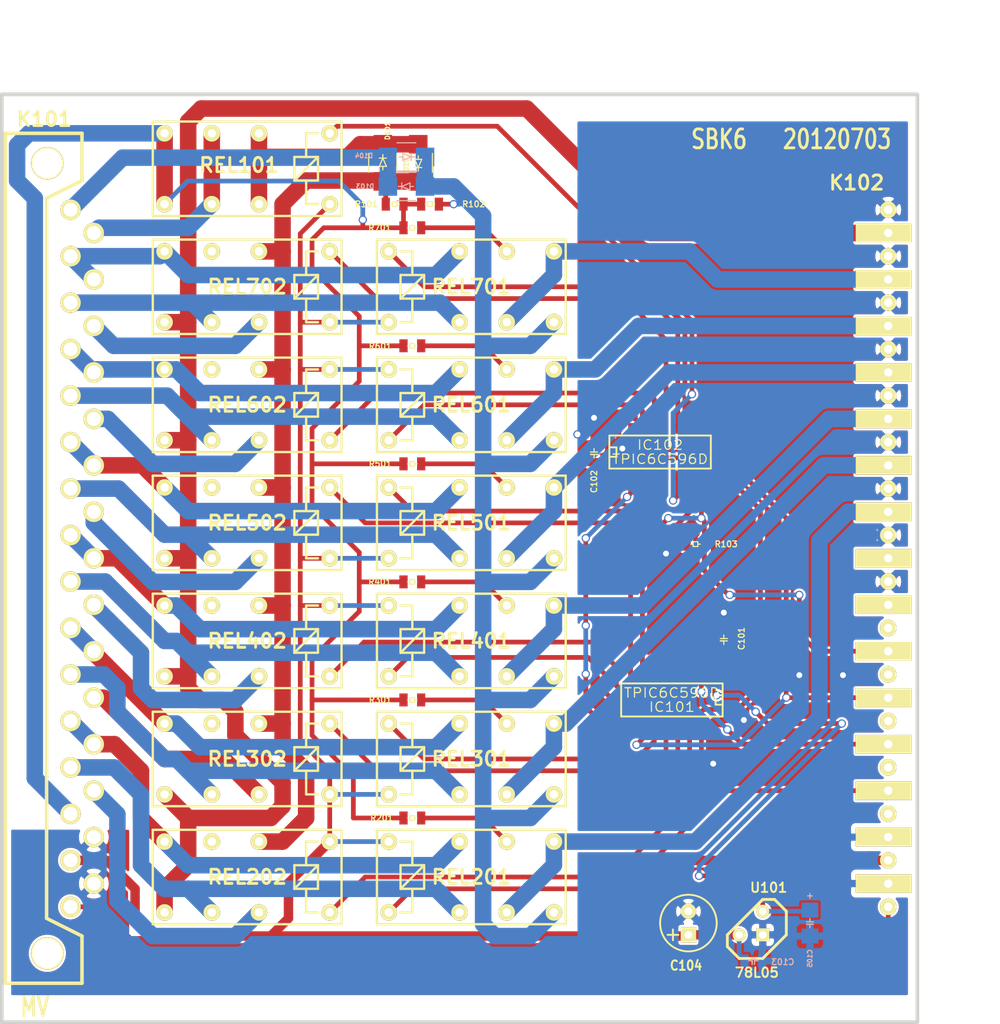
<source format=kicad_pcb>
(kicad_pcb (version 20171130) (host pcbnew "(5.1.5)-3")
  (title_block (title Schattenbahnhofkarte\nSBK6) (date 2012-07-03) (rev "0426 -") (company MV))
  (layers (0 F.Cu signal) (31 B.Cu signal) (34 B.Paste user) (35 F.Paste user) (36 B.SilkS user) (37 F.SilkS user) (38 B.Mask user) (39 F.Mask user) (44 Edge.Cuts user))
  (net 0 "")
  (net 1 +12V)
  (net 2 +5V)
  (net 3 /FSA)
  (net 4 /FSE)
  (net 5 /LN)
  (net 6 /Rel14)
  (net 7 /SPI_MOSI)
  (net 8 /SPI_OE)
  (net 9 /SPI_RCK)
  (net 10 /SPI_SCK)
  (net 11 GND)
  (net 12 /FSE_D)
  (net 13 "Net-(D101-Pad2)")
  (net 14 /FSA_D)
  (net 15 /Rel8)
  (net 16 /Rel7)
  (net 17 /Rel6)
  (net 18 /Rel5)
  (net 19 "Net-(IC101-Pad9)")
  (net 20 /Rel4)
  (net 21 /Rel3)
  (net 22 /Rel2)
  (net 23 /Rel1)
  (net 24 /Rel11)
  (net 25 /Rel12)
  (net 26 /Rel13)
  (net 27 "Net-(IC102-Pad9)")
  (net 28 /Rel15)
  (net 29 /Rel16)
  (net 30 /Rel17)
  (net 31 /Rel18)
  (net 32 /GL13)
  (net 33 /GR12)
  (net 34 /GR1)
  (net 35 /GL12)
  (net 36 /FSS)
  (net 37 /GL11)
  (net 38 /GL15)
  (net 39 /GR14)
  (net 40 /GR13)
  (net 41 /GL14)
  (net 42 /GL16)
  (net 43 /GR15)
  (net 44 /GR16)
  (net 45 /GL6)
  (net 46 /GL4)
  (net 47 /GL5)
  (net 48 /GL1)
  (net 49 /GL2)
  (net 50 /GL3)
  (net 51 "Net-(K102-Pad5)")
  (net 52 "Net-(K102-Pad7)")
  (net 53 "Net-(K102-Pad9)")
  (net 54 "Net-(K102-Pad11)")
  (net 55 "Net-(K102-Pad13)")
  (net 56 "Net-(K102-Pad14)")
  (net 57 "Net-(K102-Pad16)")
  (net 58 /BM1)
  (net 59 /BM2)
  (net 60 /BM3)
  (net 61 /BM4)
  (net 62 /BM5)
  (net 63 /BM6)
  (net 64 /BME)
  (net 65 "Net-(R201-Pad2)")
  (net 66 "Net-(R301-Pad2)")
  (net 67 "Net-(R401-Pad2)")
  (net 68 "Net-(R501-Pad2)")
  (net 69 "Net-(R601-Pad2)")
  (net 70 "Net-(R701-Pad2)")
  (net 71 "Net-(REL202-Pad4)")
  (net 72 "Net-(REL302-Pad4)")
  (net 73 "Net-(REL402-Pad4)")
  (net 74 "Net-(REL502-Pad4)")
  (net 75 "Net-(REL602-Pad4)")
  (net 76 "Net-(REL702-Pad4)")
  (module base:C0805 (layer F.Cu) (at 144.018 110.363 90)
    (fp_text reference C101 (at 0.127 1.905 90) (layer F.SilkS) (effects (font (size 0.635 0.635) (thickness 0.127))))
    (fp_text value 100n hide)
    (pad 1 smd rect (at -0.9525 0 90) (size 0.889 1.397) (layers F.Cu F.Paste F.Mask) (net 2 +5V))
    (pad 2 smd rect (at 0.9525 0 90) (size 0.889 1.397) (layers F.Cu F.Paste F.Mask) (net 11 GND))
  )
  (module base:C0805 (layer F.Cu) (at 130.048 90.297 90)
    (fp_text reference C102 (at -3.048 0 90) (layer F.SilkS) (effects (font (size 0.635 0.635) (thickness 0.127))))
    (fp_text value 100n hide)
    (pad 2 smd rect (at 0.9525 0 90) (size 0.889 1.397) (layers F.Cu F.Paste F.Mask) (net 11 GND))
    (pad 1 smd rect (at -0.9525 0 90) (size 0.889 1.397) (layers F.Cu F.Paste F.Mask) (net 2 +5V))
  )
  (module base:C0805 (layer B.Cu) (at 147.193 144.907)
    (fp_text reference C103 (at 3.175 0.127) (layer B.SilkS) (effects (font (size 0.635 0.635) (thickness 0.127)) (justify mirror)))
    (fp_text value 100n hide)
    (pad 1 smd rect (at -0.9525 0) (size 0.889 1.397) (layers B.Cu B.Paste B.Mask) (net 1 +12V))
    (pad 2 smd rect (at 0.9525 0) (size 0.889 1.397) (layers B.Cu B.Paste B.Mask) (net 11 GND))
  )
  (module base:C1V6 (layer F.Cu) (at 140.208 140.843 90)
    (fp_text reference C104 (at -4.572 -0.254 180) (layer F.SilkS) (effects (font (size 1.016 0.889) (thickness 0.2032))))
    (fp_text value 33u hide)
    (fp_text user + (at -1.27 -1.778 90) (layer F.SilkS) (effects (font (size 1.524 1.524) (thickness 0.2032))))
    (pad 1 thru_hole rect (at -1.27 0 90) (size 1.651 1.651) (drill 0.8128) (layers *.Cu *.Mask F.SilkS) (net 1 +12V))
    (pad 2 thru_hole circle (at 1.27 0 90) (size 1.651 1.651) (drill 0.8128) (layers *.Cu *.Mask F.SilkS) (net 11 GND))
  )
  (module base:C1206Pol (layer B.Cu) (at 153.289 140.843 90)
    (fp_text reference C105 (at -3.81 0 90) (layer B.SilkS) (effects (font (size 0.50038 0.50038) (thickness 0.11938)) (justify mirror)))
    (fp_text value 10u hide)
    (pad 1 smd rect (at 1.397 0 90) (size 1.6002 1.8034) (layers B.Cu B.Paste B.Mask) (net 2 +5V))
    (pad 2 smd rect (at -1.397 0 90) (size 1.6002 1.8034) (layers B.Cu B.Paste B.Mask) (net 11 GND))
  )
  (module base:DSMA (layer F.Cu) (at 107.315 59.055 270)
    (fp_text reference D101 (at -3.429 -0.508 270) (layer F.SilkS) (effects (font (size 0.50038 0.50038) (thickness 0.11938))))
    (fp_text value DIODE hide)
    (pad 1 smd rect (at 1.99898 0 270) (size 1.99898 1.99898) (layers F.Cu F.Paste F.Mask) (net 12 /FSE_D))
    (pad 2 smd rect (at -1.99898 0 270) (size 1.99898 1.99898) (layers F.Cu F.Paste F.Mask) (net 13 "Net-(D101-Pad2)"))
  )
  (module base:DSMA (layer F.Cu) (at 111.125 59.055 90)
    (fp_text reference D102 (at 0.0254 -1.2954 90) (layer F.SilkS) (effects (font (size 0.50038 0.50038) (thickness 0.11938))))
    (fp_text value DIODE hide)
    (pad 2 smd rect (at -1.99898 0 90) (size 1.99898 1.99898) (layers F.Cu F.Paste F.Mask) (net 12 /FSE_D))
    (pad 1 smd rect (at 1.99898 0 90) (size 1.99898 1.99898) (layers F.Cu F.Paste F.Mask) (net 13 "Net-(D101-Pad2)"))
  )
  (module base:DSMA (layer B.Cu) (at 109.855 61.595)
    (fp_text reference D103 (at -4.445 0) (layer B.SilkS) (effects (font (size 0.50038 0.50038) (thickness 0.11938)) (justify mirror)))
    (fp_text value DIODE hide)
    (pad 2 smd rect (at -1.99898 0) (size 1.99898 1.99898) (layers B.Cu B.Paste B.Mask) (net 3 /FSA))
    (pad 1 smd rect (at 1.99898 0) (size 1.99898 1.99898) (layers B.Cu B.Paste B.Mask) (net 14 /FSA_D))
  )
  (module base:DSMA (layer B.Cu) (at 109.855 58.42 180)
    (fp_text reference D104 (at 4.572 0.127 180) (layer B.SilkS) (effects (font (size 0.50038 0.50038) (thickness 0.11938)) (justify mirror)))
    (fp_text value DIODE hide)
    (pad 1 smd rect (at 1.99898 0 180) (size 1.99898 1.99898) (layers B.Cu B.Paste B.Mask) (net 3 /FSA))
    (pad 2 smd rect (at -1.99898 0 180) (size 1.99898 1.99898) (layers B.Cu B.Paste B.Mask) (net 14 /FSA_D))
  )
  (module base:SO16E (layer F.Cu) (at 138.43 116.84 180)
    (fp_text reference IC101 (at 0 -0.762 180) (layer F.SilkS) (effects (font (size 1.016 1.143) (thickness 0.127))))
    (fp_text value TPIC6C596D (at 0 0.762 180) (layer F.SilkS) (effects (font (size 1.016 1.143) (thickness 0.127))))
    (pad 16 smd rect (at -4.445 -2.54 180) (size 0.508 1.143) (layers F.Cu F.Paste F.Mask) (net 11 GND))
    (pad 15 smd rect (at -3.175 -2.54 180) (size 0.508 1.143) (layers F.Cu F.Paste F.Mask) (net 10 /SPI_SCK))
    (pad 14 smd rect (at -1.905 -2.54 180) (size 0.508 1.143) (layers F.Cu F.Paste F.Mask) (net 15 /Rel8))
    (pad 13 smd rect (at -0.635 -2.54 180) (size 0.508 1.143) (layers F.Cu F.Paste F.Mask) (net 16 /Rel7))
    (pad 12 smd rect (at 0.635 -2.54 180) (size 0.508 1.143) (layers F.Cu F.Paste F.Mask) (net 17 /Rel6))
    (pad 11 smd rect (at 1.905 -2.54 180) (size 0.508 1.143) (layers F.Cu F.Paste F.Mask) (net 18 /Rel5))
    (pad 10 smd rect (at 3.175 -2.54 180) (size 0.508 1.143) (layers F.Cu F.Paste F.Mask) (net 9 /SPI_RCK))
    (pad 9 smd rect (at 4.445 -2.54 180) (size 0.508 1.143) (layers F.Cu F.Paste F.Mask) (net 19 "Net-(IC101-Pad9)"))
    (pad 8 smd rect (at 4.445 2.54 180) (size 0.508 1.143) (layers F.Cu F.Paste F.Mask) (net 8 /SPI_OE))
    (pad 7 smd rect (at 3.175 2.54 180) (size 0.508 1.143) (layers F.Cu F.Paste F.Mask) (net 2 +5V))
    (pad 6 smd rect (at 1.905 2.54 180) (size 0.508 1.143) (layers F.Cu F.Paste F.Mask) (net 20 /Rel4))
    (pad 5 smd rect (at 0.635 2.54 180) (size 0.508 1.143) (layers F.Cu F.Paste F.Mask) (net 21 /Rel3))
    (pad 4 smd rect (at -0.635 2.54 180) (size 0.508 1.143) (layers F.Cu F.Paste F.Mask) (net 22 /Rel2))
    (pad 3 smd rect (at -1.905 2.54 180) (size 0.508 1.143) (layers F.Cu F.Paste F.Mask) (net 23 /Rel1))
    (pad 2 smd rect (at -3.175 2.54 180) (size 0.508 1.143) (layers F.Cu F.Paste F.Mask) (net 7 /SPI_MOSI))
    (pad 1 smd rect (at -4.445 2.54 180) (size 0.508 1.143) (layers F.Cu F.Paste F.Mask) (net 2 +5V))
  )
  (module base:SO16E (layer F.Cu) (at 137.16 90.17)
    (fp_text reference IC102 (at 0 -0.762) (layer F.SilkS) (effects (font (size 1.016 1.143) (thickness 0.127))))
    (fp_text value TPIC6C596D (at 0 0.762) (layer F.SilkS) (effects (font (size 1.016 1.143) (thickness 0.127))))
    (pad 1 smd rect (at -4.445 2.54) (size 0.508 1.143) (layers F.Cu F.Paste F.Mask) (net 2 +5V))
    (pad 2 smd rect (at -3.175 2.54) (size 0.508 1.143) (layers F.Cu F.Paste F.Mask) (net 19 "Net-(IC101-Pad9)"))
    (pad 3 smd rect (at -1.905 2.54) (size 0.508 1.143) (layers F.Cu F.Paste F.Mask) (net 24 /Rel11))
    (pad 4 smd rect (at -0.635 2.54) (size 0.508 1.143) (layers F.Cu F.Paste F.Mask) (net 25 /Rel12))
    (pad 5 smd rect (at 0.635 2.54) (size 0.508 1.143) (layers F.Cu F.Paste F.Mask) (net 26 /Rel13))
    (pad 6 smd rect (at 1.905 2.54) (size 0.508 1.143) (layers F.Cu F.Paste F.Mask) (net 6 /Rel14))
    (pad 7 smd rect (at 3.175 2.54) (size 0.508 1.143) (layers F.Cu F.Paste F.Mask) (net 2 +5V))
    (pad 8 smd rect (at 4.445 2.54) (size 0.508 1.143) (layers F.Cu F.Paste F.Mask) (net 8 /SPI_OE))
    (pad 9 smd rect (at 4.445 -2.54) (size 0.508 1.143) (layers F.Cu F.Paste F.Mask) (net 27 "Net-(IC102-Pad9)"))
    (pad 10 smd rect (at 3.175 -2.54) (size 0.508 1.143) (layers F.Cu F.Paste F.Mask) (net 9 /SPI_RCK))
    (pad 11 smd rect (at 1.905 -2.54) (size 0.508 1.143) (layers F.Cu F.Paste F.Mask) (net 28 /Rel15))
    (pad 12 smd rect (at 0.635 -2.54) (size 0.508 1.143) (layers F.Cu F.Paste F.Mask) (net 29 /Rel16))
    (pad 13 smd rect (at -0.635 -2.54) (size 0.508 1.143) (layers F.Cu F.Paste F.Mask) (net 30 /Rel17))
    (pad 14 smd rect (at -1.905 -2.54) (size 0.508 1.143) (layers F.Cu F.Paste F.Mask) (net 31 /Rel18))
    (pad 15 smd rect (at -3.175 -2.54) (size 0.508 1.143) (layers F.Cu F.Paste F.Mask) (net 10 /SPI_SCK))
    (pad 16 smd rect (at -4.445 -2.54) (size 0.508 1.143) (layers F.Cu F.Paste F.Mask) (net 11 GND))
  )
  (module base:DIN41617-31 (layer F.Cu) (at 76.2 101.6 270)
    (fp_text reference K101 (at -47.244 5.334) (layer F.SilkS) (effects (font (size 1.524 1.524) (thickness 0.3048))))
    (fp_text value CONN_31 hide)
    (pad H2 thru_hole circle (at 42.50182 5.00126 270) (size 3.50012 3.50012) (drill 3.2004) (layers *.Cu *.Mask F.SilkS))
    (pad 31 thru_hole circle (at -37.50056 2.49936 270) (size 2.19964 2.19964) (drill 1.50114) (layers *.Cu *.Mask F.SilkS) (net 3 /FSA))
    (pad 15 thru_hole circle (at 2.49936 2.5019 270) (size 2.19964 2.19964) (drill 1.50114) (layers *.Cu *.Mask F.SilkS) (net 32 /GL13))
    (pad 13 thru_hole circle (at 7.50062 2.5019 270) (size 2.19964 2.19964) (drill 1.50114) (layers *.Cu *.Mask F.SilkS) (net 33 /GR12))
    (pad 9 thru_hole circle (at 17.5006 2.5019 270) (size 2.19964 2.19964) (drill 1.50114) (layers *.Cu *.Mask F.SilkS) (net 34 /GR1))
    (pad 11 thru_hole circle (at 12.49934 2.5019 270) (size 2.19964 2.19964) (drill 1.50114) (layers *.Cu *.Mask F.SilkS) (net 35 /GL12))
    (pad 3 thru_hole circle (at 32.4993 2.5019 270) (size 2.19964 2.19964) (drill 1.50114) (layers *.Cu *.Mask F.SilkS) (net 1 +12V))
    (pad 1 thru_hole circle (at 37.50056 2.5019 270) (size 2.19964 2.19964) (drill 1.50114) (layers *.Cu *.Mask F.SilkS) (net 5 /LN))
    (pad 5 thru_hole circle (at 27.50058 2.5019 270) (size 2.19964 2.19964) (drill 1.50114) (layers *.Cu *.Mask F.SilkS) (net 36 /FSS))
    (pad 7 thru_hole circle (at 22.49932 2.5019 270) (size 2.19964 2.19964) (drill 1.50114) (layers *.Cu *.Mask F.SilkS) (net 37 /GL11))
    (pad 23 thru_hole circle (at -17.5006 2.5019 270) (size 2.19964 2.19964) (drill 1.50114) (layers *.Cu *.Mask F.SilkS) (net 38 /GL15))
    (pad 21 thru_hole circle (at -12.49934 2.5019 270) (size 2.19964 2.19964) (drill 1.50114) (layers *.Cu *.Mask F.SilkS) (net 39 /GR14))
    (pad 17 thru_hole circle (at -2.49936 2.5019 270) (size 2.19964 2.19964) (drill 1.50114) (layers *.Cu *.Mask F.SilkS) (net 40 /GR13))
    (pad 19 thru_hole circle (at -7.50062 2.5019 270) (size 2.19964 2.19964) (drill 1.50114) (layers *.Cu *.Mask F.SilkS) (net 41 /GL14))
    (pad 27 thru_hole circle (at -27.50058 2.5019 270) (size 2.19964 2.19964) (drill 1.50114) (layers *.Cu *.Mask F.SilkS) (net 42 /GL16))
    (pad 25 thru_hole circle (at -22.49932 2.5019 270) (size 2.19964 2.19964) (drill 1.50114) (layers *.Cu *.Mask F.SilkS) (net 43 /GR15))
    (pad 29 thru_hole circle (at -32.4993 2.5019 270) (size 2.19964 2.19964) (drill 1.50114) (layers *.Cu *.Mask F.SilkS) (net 44 /GR16))
    (pad 30 thru_hole circle (at -34.99866 0 270) (size 2.19964 2.19964) (drill 1.50114) (layers *.Cu *.Mask F.SilkS) (net 4 /FSE))
    (pad 26 thru_hole circle (at -24.99868 0 270) (size 2.19964 2.19964) (drill 1.50114) (layers *.Cu *.Mask F.SilkS) (net 45 /GL6))
    (pad 28 thru_hole circle (at -29.99994 0 270) (size 2.19964 2.19964) (drill 1.50114) (layers *.Cu *.Mask F.SilkS) (net 44 /GR16))
    (pad 20 thru_hole circle (at -9.99998 0 270) (size 2.19964 2.19964) (drill 1.50114) (layers *.Cu *.Mask F.SilkS) (net 39 /GR14))
    (pad 18 thru_hole circle (at -4.99872 0 270) (size 2.19964 2.19964) (drill 1.50114) (layers *.Cu *.Mask F.SilkS) (net 46 /GL4))
    (pad 22 thru_hole circle (at -14.9987 0 270) (size 2.19964 2.19964) (drill 1.50114) (layers *.Cu *.Mask F.SilkS) (net 47 /GL5))
    (pad 24 thru_hole circle (at -19.99996 0 270) (size 2.19964 2.19964) (drill 1.50114) (layers *.Cu *.Mask F.SilkS) (net 43 /GR15))
    (pad 8 thru_hole circle (at 19.99996 0 270) (size 2.19964 2.19964) (drill 1.50114) (layers *.Cu *.Mask F.SilkS) (net 34 /GR1))
    (pad 6 thru_hole circle (at 25.00122 0 270) (size 2.19964 2.19964) (drill 1.50114) (layers *.Cu *.Mask F.SilkS) (net 48 /GL1))
    (pad 2 thru_hole circle (at 35.0012 0 270) (size 2.19964 2.19964) (drill 1.50114) (layers *.Cu *.Mask F.SilkS) (net 11 GND))
    (pad 4 thru_hole circle (at 29.99994 0 270) (size 2.19964 2.19964) (drill 1.50114) (layers *.Cu *.Mask F.SilkS) (net 11 GND))
    (pad 12 thru_hole circle (at 9.99998 0 270) (size 2.19964 2.19964) (drill 1.50114) (layers *.Cu *.Mask F.SilkS) (net 33 /GR12))
    (pad 10 thru_hole circle (at 15.00124 0 270) (size 2.19964 2.19964) (drill 1.50114) (layers *.Cu *.Mask F.SilkS) (net 49 /GL2))
    (pad 14 thru_hole circle (at 5.00126 0 270) (size 2.19964 2.19964) (drill 1.50114) (layers *.Cu *.Mask F.SilkS) (net 50 /GL3))
    (pad 16 thru_hole circle (at 0 0 270) (size 2.19964 2.19964) (drill 1.50114) (layers *.Cu *.Mask F.SilkS) (net 40 /GR13))
    (pad H1 thru_hole circle (at -42.49928 5.00126 270) (size 3.50012 3.50012) (drill 3.2004) (layers *.Cu *.Mask F.SilkS))
  )
  (module base:DIN41617_Bu (layer F.Cu) (at 164.719 101.6)
    (fp_text reference K102 (at -6.4008 -40.40124) (layer F.SilkS) (effects (font (size 1.524 1.524) (thickness 0.3048))))
    (fp_text value CONN_31 hide)
    (pad 1 thru_hole circle (at -2.99974 37.50056) (size 1.778 1.778) (drill 0.89916) (layers *.Cu *.Mask F.SilkS) (net 5 /LN))
    (pad 2 thru_hole rect (at -2.99974 35.0012) (size 5.99948 1.99898) (drill 0.89916 (offset -0.50038 0)) (layers *.Cu *.Mask F.SilkS) (net 11 GND))
    (pad 3 thru_hole circle (at -2.99974 32.4993) (size 1.778 1.778) (drill 0.89916) (layers *.Cu *.Mask F.SilkS) (net 1 +12V))
    (pad 4 thru_hole rect (at -2.99974 29.99994) (size 5.99948 1.99898) (drill 0.89916 (offset -0.50038 0)) (layers *.Cu *.Mask F.SilkS) (net 11 GND))
    (pad 5 thru_hole circle (at -2.99974 27.50058) (size 1.778 1.778) (drill 0.89916) (layers *.Cu *.Mask F.SilkS) (net 51 "Net-(K102-Pad5)"))
    (pad 6 thru_hole rect (at -2.99974 25.00122) (size 5.99948 1.99898) (drill 0.89916 (offset -0.50038 0)) (layers *.Cu *.Mask F.SilkS) (net 10 /SPI_SCK))
    (pad 7 thru_hole circle (at -2.99974 22.49932) (size 1.778 1.778) (drill 0.89916) (layers *.Cu *.Mask F.SilkS) (net 52 "Net-(K102-Pad7)"))
    (pad 8 thru_hole rect (at -2.99974 19.99996) (size 5.99948 1.99898) (drill 0.89916 (offset -0.50038 0)) (layers *.Cu *.Mask F.SilkS) (net 7 /SPI_MOSI))
    (pad 9 thru_hole circle (at -2.99974 17.5006) (size 1.778 1.778) (drill 0.89916) (layers *.Cu *.Mask F.SilkS) (net 53 "Net-(K102-Pad9)"))
    (pad 10 thru_hole rect (at -2.99974 15.00124) (size 5.99948 1.99898) (drill 0.89916 (offset -0.50038 0)) (layers *.Cu *.Mask F.SilkS) (net 9 /SPI_RCK))
    (pad 11 thru_hole circle (at -2.99974 12.49934) (size 1.778 1.778) (drill 0.89916) (layers *.Cu *.Mask F.SilkS) (net 54 "Net-(K102-Pad11)"))
    (pad 12 thru_hole rect (at -2.99974 9.99998) (size 5.99948 1.99898) (drill 0.89916 (offset -0.50038 0)) (layers *.Cu *.Mask F.SilkS) (net 8 /SPI_OE))
    (pad 13 thru_hole circle (at -2.99974 7.50062) (size 1.778 1.778) (drill 0.89916) (layers *.Cu *.Mask F.SilkS) (net 55 "Net-(K102-Pad13)"))
    (pad 14 thru_hole rect (at -2.99974 5.00126) (size 5.99948 1.99898) (drill 0.89916 (offset -0.50038 0)) (layers *.Cu *.Mask F.SilkS) (net 56 "Net-(K102-Pad14)"))
    (pad 15 thru_hole circle (at -2.99974 2.49936) (size 1.778 1.778) (drill 0.89916) (layers *.Cu *.Mask F.SilkS) (net 11 GND))
    (pad 16 thru_hole rect (at -2.99974 0) (size 5.99948 1.99898) (drill 0.89916 (offset -0.50038 0)) (layers *.Cu *.Mask F.SilkS) (net 57 "Net-(K102-Pad16)"))
    (pad 17 thru_hole circle (at -2.99974 -2.49936) (size 1.778 1.778) (drill 0.89916) (layers *.Cu *.Mask F.SilkS) (net 11 GND))
    (pad 18 thru_hole rect (at -2.99974 -4.99872) (size 5.99948 1.99898) (drill 0.89916 (offset -0.50038 0)) (layers *.Cu *.Mask F.SilkS) (net 58 /BM1))
    (pad 19 thru_hole circle (at -2.99974 -7.50062) (size 1.778 1.778) (drill 0.89916) (layers *.Cu *.Mask F.SilkS) (net 11 GND))
    (pad 20 thru_hole rect (at -2.99974 -9.99998) (size 5.99948 1.99898) (drill 0.89916 (offset -0.50038 0)) (layers *.Cu *.Mask F.SilkS) (net 59 /BM2))
    (pad 21 thru_hole circle (at -2.99974 -12.49934) (size 1.778 1.778) (drill 0.89916) (layers *.Cu *.Mask F.SilkS) (net 11 GND))
    (pad 22 thru_hole rect (at -2.99974 -14.9987) (size 5.99948 1.99898) (drill 0.89916 (offset -0.50038 0)) (layers *.Cu *.Mask F.SilkS) (net 60 /BM3))
    (pad 23 thru_hole circle (at -2.99974 -17.5006) (size 1.778 1.778) (drill 0.89916) (layers *.Cu *.Mask F.SilkS) (net 11 GND))
    (pad 24 thru_hole rect (at -2.99974 -19.99996) (size 5.99948 1.99898) (drill 0.89916 (offset -0.50038 0)) (layers *.Cu *.Mask F.SilkS) (net 61 /BM4))
    (pad 25 thru_hole circle (at -2.99974 -22.49932) (size 1.778 1.778) (drill 0.89916) (layers *.Cu *.Mask F.SilkS) (net 11 GND))
    (pad 26 thru_hole rect (at -2.99974 -24.99868) (size 5.99948 1.99898) (drill 0.89916 (offset -0.50038 0)) (layers *.Cu *.Mask F.SilkS) (net 62 /BM5))
    (pad 27 thru_hole circle (at -2.99974 -27.50058) (size 1.778 1.778) (drill 0.89916) (layers *.Cu *.Mask F.SilkS) (net 11 GND))
    (pad 28 thru_hole rect (at -2.99974 -29.99994) (size 5.99948 1.99898) (drill 0.89916 (offset -0.50038 0)) (layers *.Cu *.Mask F.SilkS) (net 63 /BM6))
    (pad 29 thru_hole circle (at -2.99974 -32.4993) (size 1.778 1.778) (drill 0.89916) (layers *.Cu *.Mask F.SilkS) (net 11 GND))
    (pad 30 thru_hole rect (at -2.99974 -34.99866) (size 5.99948 1.99898) (drill 0.89916 (offset -0.50038 0)) (layers *.Cu *.Mask F.SilkS) (net 64 /BME))
    (pad 31 thru_hole circle (at -2.99974 -37.50056) (size 1.778 1.778) (drill 0.89916) (layers *.Cu *.Mask F.SilkS) (net 11 GND))
  )
  (module base:R0805 (layer F.Cu) (at 108.585 63.5 180)
    (fp_text reference R101 (at 3.048 0 180) (layer F.SilkS) (effects (font (size 0.635 0.635) (thickness 0.127))))
    (fp_text value 10k hide)
    (pad 1 smd rect (at -0.9525 0 180) (size 0.889 1.397) (layers F.Cu F.Paste F.Mask) (net 36 /FSS))
    (pad 2 smd rect (at 0.9525 0 180) (size 0.889 1.397) (layers F.Cu F.Paste F.Mask) (net 12 /FSE_D))
  )
  (module base:R0805 (layer F.Cu) (at 112.395 63.5)
    (fp_text reference R102 (at 4.699 0) (layer F.SilkS) (effects (font (size 0.635 0.635) (thickness 0.127))))
    (fp_text value 10k hide)
    (pad 2 smd rect (at 0.9525 0) (size 0.889 1.397) (layers F.Cu F.Paste F.Mask) (net 14 /FSA_D))
    (pad 1 smd rect (at -0.9525 0) (size 0.889 1.397) (layers F.Cu F.Paste F.Mask) (net 36 /FSS))
  )
  (module base:R0805 (layer F.Cu) (at 140.97 100.076)
    (fp_text reference R103 (at 3.302 0) (layer F.SilkS) (effects (font (size 0.635 0.635) (thickness 0.127))))
    (fp_text value R hide)
    (pad 2 smd rect (at 0.9525 0) (size 0.889 1.397) (layers F.Cu F.Paste F.Mask) (net 8 /SPI_OE))
    (pad 1 smd rect (at -0.9525 0) (size 0.889 1.397) (layers F.Cu F.Paste F.Mask) (net 2 +5V))
  )
  (module base:R0805 (layer F.Cu) (at 110.49 129.54)
    (fp_text reference R201 (at -3.302 0) (layer F.SilkS) (effects (font (size 0.635 0.635) (thickness 0.127))))
    (fp_text value 10k hide)
    (pad 2 smd rect (at 0.9525 0) (size 0.889 1.397) (layers F.Cu F.Paste F.Mask) (net 65 "Net-(R201-Pad2)"))
    (pad 1 smd rect (at -0.9525 0) (size 0.889 1.397) (layers F.Cu F.Paste F.Mask) (net 36 /FSS))
  )
  (module base:R0805 (layer F.Cu) (at 110.49 116.84)
    (fp_text reference R301 (at -3.4544 0) (layer F.SilkS) (effects (font (size 0.635 0.635) (thickness 0.127))))
    (fp_text value 10k hide)
    (pad 1 smd rect (at -0.9525 0) (size 0.889 1.397) (layers F.Cu F.Paste F.Mask) (net 36 /FSS))
    (pad 2 smd rect (at 0.9525 0) (size 0.889 1.397) (layers F.Cu F.Paste F.Mask) (net 66 "Net-(R301-Pad2)"))
  )
  (module base:R0805 (layer F.Cu) (at 110.49 104.14)
    (fp_text reference R401 (at -3.5052 0) (layer F.SilkS) (effects (font (size 0.635 0.635) (thickness 0.127))))
    (fp_text value 10k hide)
    (pad 1 smd rect (at -0.9525 0) (size 0.889 1.397) (layers F.Cu F.Paste F.Mask) (net 36 /FSS))
    (pad 2 smd rect (at 0.9525 0) (size 0.889 1.397) (layers F.Cu F.Paste F.Mask) (net 67 "Net-(R401-Pad2)"))
  )
  (module base:R0805 (layer F.Cu) (at 110.49 91.44)
    (fp_text reference R501 (at -3.4544 0) (layer F.SilkS) (effects (font (size 0.635 0.635) (thickness 0.127))))
    (fp_text value 10k hide)
    (pad 1 smd rect (at -0.9525 0) (size 0.889 1.397) (layers F.Cu F.Paste F.Mask) (net 36 /FSS))
    (pad 2 smd rect (at 0.9525 0) (size 0.889 1.397) (layers F.Cu F.Paste F.Mask) (net 68 "Net-(R501-Pad2)"))
  )
  (module base:R0805 (layer F.Cu) (at 110.49 78.74)
    (fp_text reference R601 (at -3.4544 0.0508) (layer F.SilkS) (effects (font (size 0.635 0.635) (thickness 0.127))))
    (fp_text value 10k hide)
    (pad 2 smd rect (at 0.9525 0) (size 0.889 1.397) (layers F.Cu F.Paste F.Mask) (net 69 "Net-(R601-Pad2)"))
    (pad 1 smd rect (at -0.9525 0) (size 0.889 1.397) (layers F.Cu F.Paste F.Mask) (net 36 /FSS))
  )
  (module base:R0805 (layer F.Cu) (at 110.49 66.04)
    (fp_text reference R701 (at -3.5052 0) (layer F.SilkS) (effects (font (size 0.635 0.635) (thickness 0.127))))
    (fp_text value 10k hide)
    (pad 1 smd rect (at -0.9525 0) (size 0.889 1.397) (layers F.Cu F.Paste F.Mask) (net 36 /FSS))
    (pad 2 smd rect (at 0.9525 0) (size 0.889 1.397) (layers F.Cu F.Paste F.Mask) (net 70 "Net-(R701-Pad2)"))
  )
  (module base:Relay_MT2 (layer F.Cu) (at 92.71 59.69 180)
    (fp_text reference REL101 (at 0.889 0.381 180) (layer F.SilkS) (effects (font (size 1.524 1.524) (thickness 0.3048))))
    (fp_text value RELAY_DPDT hide)
    (pad 1 thru_hole circle (at -8.89 3.81 180) (size 1.778 1.778) (drill 0.89916) (layers *.Cu *.Mask F.SilkS) (net 6 /Rel14))
    (pad 2 thru_hole circle (at -8.89 -3.81 180) (size 1.778 1.778) (drill 0.89916) (layers *.Cu *.Mask F.SilkS) (net 1 +12V))
    (pad 3 thru_hole circle (at -1.27 3.81 180) (size 1.778 1.778) (drill 0.89916) (layers *.Cu *.Mask F.SilkS) (net 13 "Net-(D101-Pad2)"))
    (pad 4 thru_hole circle (at 3.81 3.81 180) (size 1.778 1.778) (drill 0.89916) (layers *.Cu *.Mask F.SilkS) (net 4 /FSE))
    (pad 5 thru_hole circle (at 8.89 3.81 180) (size 1.778 1.778) (drill 0.89916) (layers *.Cu *.Mask F.SilkS) (net 36 /FSS))
    (pad 6 thru_hole circle (at -1.27 -3.81 180) (size 1.778 1.778) (drill 0.89916) (layers *.Cu *.Mask F.SilkS) (net 13 "Net-(D101-Pad2)"))
    (pad 7 thru_hole circle (at 3.81 -3.81 180) (size 1.778 1.778) (drill 0.89916) (layers *.Cu *.Mask F.SilkS) (net 4 /FSE))
    (pad 8 thru_hole circle (at 8.89 -3.81 180) (size 1.778 1.778) (drill 0.89916) (layers *.Cu *.Mask F.SilkS) (net 36 /FSS))
  )
  (module base:Relay_MT2 (layer F.Cu) (at 116.84 135.89)
    (fp_text reference REL201 (at 0 0) (layer F.SilkS) (effects (font (size 1.524 1.524) (thickness 0.3048))))
    (fp_text value RELAY_DPDT hide)
    (pad 8 thru_hole circle (at 8.89 -3.81) (size 1.778 1.778) (drill 0.89916) (layers *.Cu *.Mask F.SilkS) (net 58 /BM1))
    (pad 7 thru_hole circle (at 3.81 -3.81) (size 1.778 1.778) (drill 0.89916) (layers *.Cu *.Mask F.SilkS) (net 65 "Net-(R201-Pad2)"))
    (pad 6 thru_hole circle (at -1.27 -3.81) (size 1.778 1.778) (drill 0.89916) (layers *.Cu *.Mask F.SilkS) (net 34 /GR1))
    (pad 5 thru_hole circle (at 8.89 3.81) (size 1.778 1.778) (drill 0.89916) (layers *.Cu *.Mask F.SilkS) (net 14 /FSA_D))
    (pad 4 thru_hole circle (at 3.81 3.81) (size 1.778 1.778) (drill 0.89916) (layers *.Cu *.Mask F.SilkS) (net 58 /BM1))
    (pad 3 thru_hole circle (at -1.27 3.81) (size 1.778 1.778) (drill 0.89916) (layers *.Cu *.Mask F.SilkS) (net 37 /GL11))
    (pad 2 thru_hole circle (at -8.89 -3.81) (size 1.778 1.778) (drill 0.89916) (layers *.Cu *.Mask F.SilkS) (net 1 +12V))
    (pad 1 thru_hole circle (at -8.89 3.81) (size 1.778 1.778) (drill 0.89916) (layers *.Cu *.Mask F.SilkS) (net 15 /Rel8))
  )
  (module base:Relay_MT2 (layer F.Cu) (at 92.71 135.89 180)
    (fp_text reference REL202 (at 0 0 180) (layer F.SilkS) (effects (font (size 1.524 1.524) (thickness 0.3048))))
    (fp_text value RELAY_DPDT hide)
    (pad 1 thru_hole circle (at -8.89 3.81 180) (size 1.778 1.778) (drill 0.89916) (layers *.Cu *.Mask F.SilkS) (net 1 +12V))
    (pad 2 thru_hole circle (at -8.89 -3.81 180) (size 1.778 1.778) (drill 0.89916) (layers *.Cu *.Mask F.SilkS) (net 16 /Rel7))
    (pad 3 thru_hole circle (at -1.27 3.81 180) (size 1.778 1.778) (drill 0.89916) (layers *.Cu *.Mask F.SilkS) (net 12 /FSE_D))
    (pad 4 thru_hole circle (at 3.81 3.81 180) (size 1.778 1.778) (drill 0.89916) (layers *.Cu *.Mask F.SilkS) (net 71 "Net-(REL202-Pad4)"))
    (pad 5 thru_hole circle (at 8.89 3.81 180) (size 1.778 1.778) (drill 0.89916) (layers *.Cu *.Mask F.SilkS) (net 34 /GR1))
    (pad 6 thru_hole circle (at -1.27 -3.81 180) (size 1.778 1.778) (drill 0.89916) (layers *.Cu *.Mask F.SilkS) (net 48 /GL1))
    (pad 7 thru_hole circle (at 3.81 -3.81 180) (size 1.778 1.778) (drill 0.89916) (layers *.Cu *.Mask F.SilkS) (net 37 /GL11))
    (pad 8 thru_hole circle (at 8.89 -3.81 180) (size 1.778 1.778) (drill 0.89916) (layers *.Cu *.Mask F.SilkS) (net 64 /BME))
  )
  (module base:Relay_MT2 (layer F.Cu) (at 116.84 123.19)
    (fp_text reference REL301 (at 0 0) (layer F.SilkS) (effects (font (size 1.524 1.524) (thickness 0.3048))))
    (fp_text value RELAY_DPDT hide)
    (pad 8 thru_hole circle (at 8.89 -3.81) (size 1.778 1.778) (drill 0.89916) (layers *.Cu *.Mask F.SilkS) (net 59 /BM2))
    (pad 7 thru_hole circle (at 3.81 -3.81) (size 1.778 1.778) (drill 0.89916) (layers *.Cu *.Mask F.SilkS) (net 66 "Net-(R301-Pad2)"))
    (pad 6 thru_hole circle (at -1.27 -3.81) (size 1.778 1.778) (drill 0.89916) (layers *.Cu *.Mask F.SilkS) (net 33 /GR12))
    (pad 5 thru_hole circle (at 8.89 3.81) (size 1.778 1.778) (drill 0.89916) (layers *.Cu *.Mask F.SilkS) (net 14 /FSA_D))
    (pad 4 thru_hole circle (at 3.81 3.81) (size 1.778 1.778) (drill 0.89916) (layers *.Cu *.Mask F.SilkS) (net 59 /BM2))
    (pad 3 thru_hole circle (at -1.27 3.81) (size 1.778 1.778) (drill 0.89916) (layers *.Cu *.Mask F.SilkS) (net 35 /GL12))
    (pad 2 thru_hole circle (at -8.89 -3.81) (size 1.778 1.778) (drill 0.89916) (layers *.Cu *.Mask F.SilkS) (net 18 /Rel5))
    (pad 1 thru_hole circle (at -8.89 3.81) (size 1.778 1.778) (drill 0.89916) (layers *.Cu *.Mask F.SilkS) (net 1 +12V))
  )
  (module base:Relay_MT2 (layer F.Cu) (at 92.71 123.19 180)
    (fp_text reference REL302 (at 0 0 180) (layer F.SilkS) (effects (font (size 1.524 1.524) (thickness 0.3048))))
    (fp_text value RELAY_DPDT hide)
    (pad 1 thru_hole circle (at -8.89 3.81 180) (size 1.778 1.778) (drill 0.89916) (layers *.Cu *.Mask F.SilkS) (net 17 /Rel6))
    (pad 2 thru_hole circle (at -8.89 -3.81 180) (size 1.778 1.778) (drill 0.89916) (layers *.Cu *.Mask F.SilkS) (net 1 +12V))
    (pad 3 thru_hole circle (at -1.27 3.81 180) (size 1.778 1.778) (drill 0.89916) (layers *.Cu *.Mask F.SilkS) (net 12 /FSE_D))
    (pad 4 thru_hole circle (at 3.81 3.81 180) (size 1.778 1.778) (drill 0.89916) (layers *.Cu *.Mask F.SilkS) (net 72 "Net-(REL302-Pad4)"))
    (pad 5 thru_hole circle (at 8.89 3.81 180) (size 1.778 1.778) (drill 0.89916) (layers *.Cu *.Mask F.SilkS) (net 33 /GR12))
    (pad 6 thru_hole circle (at -1.27 -3.81 180) (size 1.778 1.778) (drill 0.89916) (layers *.Cu *.Mask F.SilkS) (net 49 /GL2))
    (pad 7 thru_hole circle (at 3.81 -3.81 180) (size 1.778 1.778) (drill 0.89916) (layers *.Cu *.Mask F.SilkS) (net 35 /GL12))
    (pad 8 thru_hole circle (at 8.89 -3.81 180) (size 1.778 1.778) (drill 0.89916) (layers *.Cu *.Mask F.SilkS) (net 64 /BME))
  )
  (module base:Relay_MT2 (layer F.Cu) (at 116.84 110.49)
    (fp_text reference REL401 (at 0 0) (layer F.SilkS) (effects (font (size 1.524 1.524) (thickness 0.3048))))
    (fp_text value RELAY_DPDT hide)
    (pad 8 thru_hole circle (at 8.89 -3.81) (size 1.778 1.778) (drill 0.89916) (layers *.Cu *.Mask F.SilkS) (net 60 /BM3))
    (pad 7 thru_hole circle (at 3.81 -3.81) (size 1.778 1.778) (drill 0.89916) (layers *.Cu *.Mask F.SilkS) (net 67 "Net-(R401-Pad2)"))
    (pad 6 thru_hole circle (at -1.27 -3.81) (size 1.778 1.778) (drill 0.89916) (layers *.Cu *.Mask F.SilkS) (net 40 /GR13))
    (pad 5 thru_hole circle (at 8.89 3.81) (size 1.778 1.778) (drill 0.89916) (layers *.Cu *.Mask F.SilkS) (net 14 /FSA_D))
    (pad 4 thru_hole circle (at 3.81 3.81) (size 1.778 1.778) (drill 0.89916) (layers *.Cu *.Mask F.SilkS) (net 60 /BM3))
    (pad 3 thru_hole circle (at -1.27 3.81) (size 1.778 1.778) (drill 0.89916) (layers *.Cu *.Mask F.SilkS) (net 32 /GL13))
    (pad 2 thru_hole circle (at -8.89 -3.81) (size 1.778 1.778) (drill 0.89916) (layers *.Cu *.Mask F.SilkS) (net 1 +12V))
    (pad 1 thru_hole circle (at -8.89 3.81) (size 1.778 1.778) (drill 0.89916) (layers *.Cu *.Mask F.SilkS) (net 21 /Rel3))
  )
  (module base:Relay_MT2 (layer F.Cu) (at 92.71 110.49 180)
    (fp_text reference REL402 (at 0 0 180) (layer F.SilkS) (effects (font (size 1.524 1.524) (thickness 0.3048))))
    (fp_text value RELAY_DPDT hide)
    (pad 1 thru_hole circle (at -8.89 3.81 180) (size 1.778 1.778) (drill 0.89916) (layers *.Cu *.Mask F.SilkS) (net 1 +12V))
    (pad 2 thru_hole circle (at -8.89 -3.81 180) (size 1.778 1.778) (drill 0.89916) (layers *.Cu *.Mask F.SilkS) (net 20 /Rel4))
    (pad 3 thru_hole circle (at -1.27 3.81 180) (size 1.778 1.778) (drill 0.89916) (layers *.Cu *.Mask F.SilkS) (net 12 /FSE_D))
    (pad 4 thru_hole circle (at 3.81 3.81 180) (size 1.778 1.778) (drill 0.89916) (layers *.Cu *.Mask F.SilkS) (net 73 "Net-(REL402-Pad4)"))
    (pad 5 thru_hole circle (at 8.89 3.81 180) (size 1.778 1.778) (drill 0.89916) (layers *.Cu *.Mask F.SilkS) (net 40 /GR13))
    (pad 6 thru_hole circle (at -1.27 -3.81 180) (size 1.778 1.778) (drill 0.89916) (layers *.Cu *.Mask F.SilkS) (net 50 /GL3))
    (pad 7 thru_hole circle (at 3.81 -3.81 180) (size 1.778 1.778) (drill 0.89916) (layers *.Cu *.Mask F.SilkS) (net 32 /GL13))
    (pad 8 thru_hole circle (at 8.89 -3.81 180) (size 1.778 1.778) (drill 0.89916) (layers *.Cu *.Mask F.SilkS) (net 64 /BME))
  )
  (module base:Relay_MT2 (layer F.Cu) (at 116.84 97.79)
    (fp_text reference REL501 (at 0 0) (layer F.SilkS) (effects (font (size 1.524 1.524) (thickness 0.3048))))
    (fp_text value RELAY_DPDT hide)
    (pad 8 thru_hole circle (at 8.89 -3.81) (size 1.778 1.778) (drill 0.89916) (layers *.Cu *.Mask F.SilkS) (net 61 /BM4))
    (pad 7 thru_hole circle (at 3.81 -3.81) (size 1.778 1.778) (drill 0.89916) (layers *.Cu *.Mask F.SilkS) (net 68 "Net-(R501-Pad2)"))
    (pad 6 thru_hole circle (at -1.27 -3.81) (size 1.778 1.778) (drill 0.89916) (layers *.Cu *.Mask F.SilkS) (net 39 /GR14))
    (pad 5 thru_hole circle (at 8.89 3.81) (size 1.778 1.778) (drill 0.89916) (layers *.Cu *.Mask F.SilkS) (net 14 /FSA_D))
    (pad 4 thru_hole circle (at 3.81 3.81) (size 1.778 1.778) (drill 0.89916) (layers *.Cu *.Mask F.SilkS) (net 61 /BM4))
    (pad 3 thru_hole circle (at -1.27 3.81) (size 1.778 1.778) (drill 0.89916) (layers *.Cu *.Mask F.SilkS) (net 41 /GL14))
    (pad 2 thru_hole circle (at -8.89 -3.81) (size 1.778 1.778) (drill 0.89916) (layers *.Cu *.Mask F.SilkS) (net 24 /Rel11))
    (pad 1 thru_hole circle (at -8.89 3.81) (size 1.778 1.778) (drill 0.89916) (layers *.Cu *.Mask F.SilkS) (net 1 +12V))
  )
  (module base:Relay_MT2 (layer F.Cu) (at 92.71 97.79 180)
    (fp_text reference REL502 (at 0 0 180) (layer F.SilkS) (effects (font (size 1.524 1.524) (thickness 0.3048))))
    (fp_text value RELAY_DPDT hide)
    (pad 1 thru_hole circle (at -8.89 3.81 180) (size 1.778 1.778) (drill 0.89916) (layers *.Cu *.Mask F.SilkS) (net 25 /Rel12))
    (pad 2 thru_hole circle (at -8.89 -3.81 180) (size 1.778 1.778) (drill 0.89916) (layers *.Cu *.Mask F.SilkS) (net 1 +12V))
    (pad 3 thru_hole circle (at -1.27 3.81 180) (size 1.778 1.778) (drill 0.89916) (layers *.Cu *.Mask F.SilkS) (net 12 /FSE_D))
    (pad 4 thru_hole circle (at 3.81 3.81 180) (size 1.778 1.778) (drill 0.89916) (layers *.Cu *.Mask F.SilkS) (net 74 "Net-(REL502-Pad4)"))
    (pad 5 thru_hole circle (at 8.89 3.81 180) (size 1.778 1.778) (drill 0.89916) (layers *.Cu *.Mask F.SilkS) (net 39 /GR14))
    (pad 6 thru_hole circle (at -1.27 -3.81 180) (size 1.778 1.778) (drill 0.89916) (layers *.Cu *.Mask F.SilkS) (net 46 /GL4))
    (pad 7 thru_hole circle (at 3.81 -3.81 180) (size 1.778 1.778) (drill 0.89916) (layers *.Cu *.Mask F.SilkS) (net 41 /GL14))
    (pad 8 thru_hole circle (at 8.89 -3.81 180) (size 1.778 1.778) (drill 0.89916) (layers *.Cu *.Mask F.SilkS) (net 64 /BME))
  )
  (module base:Relay_MT2 (layer F.Cu) (at 116.84 85.09)
    (fp_text reference REL601 (at 0 0) (layer F.SilkS) (effects (font (size 1.524 1.524) (thickness 0.3048))))
    (fp_text value RELAY_DPDT hide)
    (pad 8 thru_hole circle (at 8.89 -3.81) (size 1.778 1.778) (drill 0.89916) (layers *.Cu *.Mask F.SilkS) (net 62 /BM5))
    (pad 7 thru_hole circle (at 3.81 -3.81) (size 1.778 1.778) (drill 0.89916) (layers *.Cu *.Mask F.SilkS) (net 69 "Net-(R601-Pad2)"))
    (pad 6 thru_hole circle (at -1.27 -3.81) (size 1.778 1.778) (drill 0.89916) (layers *.Cu *.Mask F.SilkS) (net 43 /GR15))
    (pad 5 thru_hole circle (at 8.89 3.81) (size 1.778 1.778) (drill 0.89916) (layers *.Cu *.Mask F.SilkS) (net 14 /FSA_D))
    (pad 4 thru_hole circle (at 3.81 3.81) (size 1.778 1.778) (drill 0.89916) (layers *.Cu *.Mask F.SilkS) (net 62 /BM5))
    (pad 3 thru_hole circle (at -1.27 3.81) (size 1.778 1.778) (drill 0.89916) (layers *.Cu *.Mask F.SilkS) (net 38 /GL15))
    (pad 2 thru_hole circle (at -8.89 -3.81) (size 1.778 1.778) (drill 0.89916) (layers *.Cu *.Mask F.SilkS) (net 1 +12V))
    (pad 1 thru_hole circle (at -8.89 3.81) (size 1.778 1.778) (drill 0.89916) (layers *.Cu *.Mask F.SilkS) (net 31 /Rel18))
  )
  (module base:Relay_MT2 (layer F.Cu) (at 92.71 85.09 180)
    (fp_text reference REL602 (at 0 0 180) (layer F.SilkS) (effects (font (size 1.524 1.524) (thickness 0.3048))))
    (fp_text value RELAY_DPDT hide)
    (pad 1 thru_hole circle (at -8.89 3.81 180) (size 1.778 1.778) (drill 0.89916) (layers *.Cu *.Mask F.SilkS) (net 1 +12V))
    (pad 2 thru_hole circle (at -8.89 -3.81 180) (size 1.778 1.778) (drill 0.89916) (layers *.Cu *.Mask F.SilkS) (net 30 /Rel17))
    (pad 3 thru_hole circle (at -1.27 3.81 180) (size 1.778 1.778) (drill 0.89916) (layers *.Cu *.Mask F.SilkS) (net 12 /FSE_D))
    (pad 4 thru_hole circle (at 3.81 3.81 180) (size 1.778 1.778) (drill 0.89916) (layers *.Cu *.Mask F.SilkS) (net 75 "Net-(REL602-Pad4)"))
    (pad 5 thru_hole circle (at 8.89 3.81 180) (size 1.778 1.778) (drill 0.89916) (layers *.Cu *.Mask F.SilkS) (net 43 /GR15))
    (pad 6 thru_hole circle (at -1.27 -3.81 180) (size 1.778 1.778) (drill 0.89916) (layers *.Cu *.Mask F.SilkS) (net 47 /GL5))
    (pad 7 thru_hole circle (at 3.81 -3.81 180) (size 1.778 1.778) (drill 0.89916) (layers *.Cu *.Mask F.SilkS) (net 38 /GL15))
    (pad 8 thru_hole circle (at 8.89 -3.81 180) (size 1.778 1.778) (drill 0.89916) (layers *.Cu *.Mask F.SilkS) (net 64 /BME))
  )
  (module base:Relay_MT2 (layer F.Cu) (at 116.84 72.39)
    (fp_text reference REL701 (at 0 0) (layer F.SilkS) (effects (font (size 1.524 1.524) (thickness 0.3048))))
    (fp_text value RELAY_DPDT hide)
    (pad 8 thru_hole circle (at 8.89 -3.81) (size 1.778 1.778) (drill 0.89916) (layers *.Cu *.Mask F.SilkS) (net 63 /BM6))
    (pad 7 thru_hole circle (at 3.81 -3.81) (size 1.778 1.778) (drill 0.89916) (layers *.Cu *.Mask F.SilkS) (net 70 "Net-(R701-Pad2)"))
    (pad 6 thru_hole circle (at -1.27 -3.81) (size 1.778 1.778) (drill 0.89916) (layers *.Cu *.Mask F.SilkS) (net 44 /GR16))
    (pad 5 thru_hole circle (at 8.89 3.81) (size 1.778 1.778) (drill 0.89916) (layers *.Cu *.Mask F.SilkS) (net 14 /FSA_D))
    (pad 4 thru_hole circle (at 3.81 3.81) (size 1.778 1.778) (drill 0.89916) (layers *.Cu *.Mask F.SilkS) (net 63 /BM6))
    (pad 3 thru_hole circle (at -1.27 3.81) (size 1.778 1.778) (drill 0.89916) (layers *.Cu *.Mask F.SilkS) (net 42 /GL16))
    (pad 2 thru_hole circle (at -8.89 -3.81) (size 1.778 1.778) (drill 0.89916) (layers *.Cu *.Mask F.SilkS) (net 28 /Rel15))
    (pad 1 thru_hole circle (at -8.89 3.81) (size 1.778 1.778) (drill 0.89916) (layers *.Cu *.Mask F.SilkS) (net 1 +12V))
  )
  (module base:Relay_MT2 (layer F.Cu) (at 92.71 72.39 180)
    (fp_text reference REL702 (at 0 0 180) (layer F.SilkS) (effects (font (size 1.524 1.524) (thickness 0.3048))))
    (fp_text value RELAY_DPDT hide)
    (pad 1 thru_hole circle (at -8.89 3.81 180) (size 1.778 1.778) (drill 0.89916) (layers *.Cu *.Mask F.SilkS) (net 29 /Rel16))
    (pad 2 thru_hole circle (at -8.89 -3.81 180) (size 1.778 1.778) (drill 0.89916) (layers *.Cu *.Mask F.SilkS) (net 1 +12V))
    (pad 3 thru_hole circle (at -1.27 3.81 180) (size 1.778 1.778) (drill 0.89916) (layers *.Cu *.Mask F.SilkS) (net 12 /FSE_D))
    (pad 4 thru_hole circle (at 3.81 3.81 180) (size 1.778 1.778) (drill 0.89916) (layers *.Cu *.Mask F.SilkS) (net 76 "Net-(REL702-Pad4)"))
    (pad 5 thru_hole circle (at 8.89 3.81 180) (size 1.778 1.778) (drill 0.89916) (layers *.Cu *.Mask F.SilkS) (net 44 /GR16))
    (pad 6 thru_hole circle (at -1.27 -3.81 180) (size 1.778 1.778) (drill 0.89916) (layers *.Cu *.Mask F.SilkS) (net 45 /GL6))
    (pad 7 thru_hole circle (at 3.81 -3.81 180) (size 1.778 1.778) (drill 0.89916) (layers *.Cu *.Mask F.SilkS) (net 42 /GL16))
    (pad 8 thru_hole circle (at 8.89 -3.81 180) (size 1.778 1.778) (drill 0.89916) (layers *.Cu *.Mask F.SilkS) (net 64 /BME))
  )
  (module base:LM78LXX (layer F.Cu) (at 146.939 140.843 180)
    (fp_text reference U101 (at -1.905 3.81 180) (layer F.SilkS) (effects (font (size 1.016 1.016) (thickness 0.2032))))
    (fp_text value 78L05 (at -0.635 -5.334 180) (layer F.SilkS) (effects (font (size 1.016 1.016) (thickness 0.2032))))
    (pad VI thru_hole circle (at 1.27 -1.27 180) (size 1.397 1.397) (drill 0.8128) (layers *.Cu *.Mask F.SilkS) (net 1 +12V))
    (pad GND thru_hole rect (at -1.27 -1.27 180) (size 1.397 1.397) (drill 0.8128) (layers *.Cu *.Mask F.SilkS) (net 11 GND))
    (pad VO thru_hole circle (at -1.27 1.27 180) (size 1.397 1.397) (drill 0.8128) (layers *.Cu *.Mask F.SilkS) (net 2 +5V))
  )
  (gr_line (start 66.294 151.511) (end 66.294 51.689) (angle 90) (layer B.SilkS) (width 0.381))
  (gr_line (start 164.846 151.511) (end 66.294 151.511) (angle 90) (layer B.SilkS) (width 0.381))
  (gr_line (start 164.846 51.689) (end 164.846 151.511) (angle 90) (layer B.SilkS) (width 0.381))
  (gr_line (start 66.294 51.689) (end 164.846 51.689) (angle 90) (layer B.SilkS) (width 0.381))
  (gr_text MV (at 69.85 149.86) (layer F.SilkS) (effects (font (size 2.032 1.524) (thickness 0.3048))))
  (gr_text 20120703 (at 156.21 56.515) (layer F.SilkS) (effects (font (size 2.032 1.524) (thickness 0.3048))))
  (gr_text SBK6 (at 143.51 56.515) (layer F.SilkS) (effects (font (size 2.032 1.524) (thickness 0.3048))))
  (gr_line (start 164.846 51.689) (end 66.294 51.689) (angle 90) (layer Edge.Cuts) (width 0.381))
  (gr_line (start 164.846 151.511) (end 164.846 51.689) (angle 90) (layer Edge.Cuts) (width 0.381))
  (gr_line (start 66.294 151.511) (end 164.846 151.511) (angle 90) (layer Edge.Cuts) (width 0.381))
  (gr_line (start 66.294 51.689) (end 66.294 151.511) (angle 90) (layer Edge.Cuts) (width 0.381))
  (segment (start 140.081 142.24) (end 140.208 142.113) (width 1.016) (layer F.Cu) (net 1))
  (segment (start 107.95 101.6) (end 101.6 101.6) (width 0.508) (layer B.Cu) (net 1))
  (segment (start 82.55 142.24) (end 95.377 142.24) (width 1.016) (layer F.Cu) (net 1))
  (segment (start 80.645 137.16) (end 80.645 140.335) (width 1.016) (layer F.Cu) (net 1))
  (segment (start 95.377 142.24) (end 95.25 142.24) (width 1.016) (layer F.Cu) (net 1))
  (segment (start 131.064 142.24) (end 139.2047 134.0993) (width 1.016) (layer F.Cu) (net 1))
  (segment (start 140.208 142.113) (end 145.669 142.113) (width 1.016) (layer F.Cu) (net 1))
  (segment (start 97.155 136.525) (end 101.6 132.08) (width 1.016) (layer F.Cu) (net 1))
  (segment (start 101.6 106.68) (end 98.425 106.68) (width 0.508) (layer F.Cu) (net 1))
  (segment (start 131.064 142.24) (end 140.081 142.24) (width 1.016) (layer F.Cu) (net 1))
  (segment (start 101.6 124.46) (end 98.425 121.285) (width 0.508) (layer F.Cu) (net 1))
  (segment (start 98.425 101.6) (end 98.425 81.28) (width 0.508) (layer F.Cu) (net 1))
  (segment (start 98.425 66.675) (end 101.6 63.5) (width 0.508) (layer F.Cu) (net 1))
  (segment (start 97.155 140.335) (end 97.155 136.525) (width 1.016) (layer F.Cu) (net 1))
  (segment (start 77.5843 134.0993) (end 80.645 137.16) (width 1.016) (layer F.Cu) (net 1))
  (segment (start 95.25 142.24) (end 97.155 140.335) (width 1.016) (layer F.Cu) (net 1))
  (segment (start 98.425 79.375) (end 98.425 76.2) (width 0.508) (layer F.Cu) (net 1))
  (segment (start 107.95 127) (end 101.6 127) (width 0.508) (layer B.Cu) (net 1))
  (segment (start 101.6 132.08) (end 101.6 127) (width 0.508) (layer F.Cu) (net 1))
  (segment (start 107.95 81.28) (end 101.6 81.28) (width 0.508) (layer B.Cu) (net 1))
  (segment (start 95.377 142.24) (end 131.064 142.24) (width 1.016) (layer F.Cu) (net 1))
  (segment (start 145.669 144.3355) (end 145.669 142.113) (width 0.508) (layer B.Cu) (net 1))
  (segment (start 101.6 101.6) (end 98.425 101.6) (width 0.508) (layer F.Cu) (net 1))
  (segment (start 98.425 76.2) (end 98.425 66.675) (width 0.508) (layer F.Cu) (net 1))
  (segment (start 101.6 81.28) (end 98.425 81.28) (width 0.508) (layer F.Cu) (net 1))
  (segment (start 107.95 106.68) (end 101.6 106.68) (width 0.508) (layer B.Cu) (net 1))
  (segment (start 98.425 106.68) (end 98.425 101.6) (width 0.508) (layer F.Cu) (net 1))
  (segment (start 98.425 121.285) (end 98.425 106.68) (width 0.508) (layer F.Cu) (net 1))
  (segment (start 73.6981 134.0993) (end 77.5843 134.0993) (width 1.016) (layer F.Cu) (net 1))
  (segment (start 107.95 132.08) (end 101.6 132.08) (width 0.508) (layer B.Cu) (net 1))
  (segment (start 107.95 76.2) (end 101.6 76.2) (width 0.508) (layer B.Cu) (net 1))
  (segment (start 98.425 81.28) (end 98.425 79.375) (width 0.508) (layer F.Cu) (net 1))
  (segment (start 146.2405 144.907) (end 145.669 144.3355) (width 0.508) (layer B.Cu) (net 1))
  (segment (start 101.6 76.2) (end 98.425 76.2) (width 0.508) (layer F.Cu) (net 1))
  (segment (start 139.2047 134.0993) (end 161.71926 134.0993) (width 1.016) (layer F.Cu) (net 1))
  (segment (start 80.645 140.335) (end 82.55 142.24) (width 1.016) (layer F.Cu) (net 1))
  (segment (start 101.6 127) (end 101.6 124.46) (width 0.508) (layer F.Cu) (net 1))
  (segment (start 148.717 119.38) (end 156.718 119.38) (width 0.508) (layer F.Cu) (net 2))
  (segment (start 144.018 111.3155) (end 144.018 112.268) (width 0.508) (layer F.Cu) (net 2))
  (segment (start 135.255 113.411) (end 135.255 110.109) (width 0.508) (layer F.Cu) (net 2))
  (segment (start 135.255 114.3) (end 135.255 113.411) (width 0.508) (layer F.Cu) (net 2))
  (segment (start 153.162 139.573) (end 148.209 139.573) (width 0.508) (layer B.Cu) (net 2))
  (via (at 141.351 135.763) (size 0.889) (layers F.Cu B.Cu) (net 2))
  (segment (start 142.875 113.411) (end 142.875 113.157) (width 0.508) (layer F.Cu) (net 2))
  (segment (start 140.335 96.647) (end 140.335 92.71) (width 0.508) (layer F.Cu) (net 2))
  (segment (start 135.255 110.109) (end 135.255 101.727) (width 0.508) (layer F.Cu) (net 2))
  (segment (start 142.875 114.3) (end 142.875 115.951) (width 0.508) (layer F.Cu) (net 2))
  (via (at 143.256 116.332) (size 0.889) (layers F.Cu B.Cu) (net 2))
  (segment (start 156.718 119.38) (end 141.351 134.747) (width 0.508) (layer B.Cu) (net 2))
  (segment (start 145.542 135.763) (end 148.209 138.43) (width 0.508) (layer F.Cu) (net 2))
  (segment (start 145.669 116.332) (end 147.447 118.11) (width 0.508) (layer B.Cu) (net 2))
  (segment (start 142.875 113.411) (end 142.875 114.3) (width 0.508) (layer F.Cu) (net 2))
  (segment (start 148.209 138.43) (end 148.209 139.573) (width 0.508) (layer F.Cu) (net 2))
  (segment (start 137.9855 98.9965) (end 140.335 96.647) (width 0.508) (layer F.Cu) (net 2))
  (via (at 156.718 119.38) (size 0.889) (layers F.Cu B.Cu) (net 2))
  (via (at 147.447 118.11) (size 0.889) (layers F.Cu B.Cu) (net 2))
  (segment (start 141.986 112.268) (end 136.398 112.268) (width 0.508) (layer F.Cu) (net 2))
  (segment (start 144.018 112.268) (end 142.875 113.411) (width 0.508) (layer F.Cu) (net 2))
  (segment (start 140.335 91.821) (end 139.319 90.805) (width 0.508) (layer F.Cu) (net 2))
  (segment (start 135.255 101.727) (end 137.9855 98.9965) (width 0.508) (layer F.Cu) (net 2))
  (segment (start 143.256 116.332) (end 145.669 116.332) (width 0.508) (layer B.Cu) (net 2))
  (segment (start 140.335 92.71) (end 140.335 91.821) (width 0.508) (layer F.Cu) (net 2))
  (segment (start 142.875 115.951) (end 143.256 116.332) (width 0.508) (layer F.Cu) (net 2))
  (segment (start 142.875 113.157) (end 141.986 112.268) (width 0.508) (layer F.Cu) (net 2))
  (segment (start 132.715 91.567) (end 133.477 90.805) (width 0.508) (layer F.Cu) (net 2))
  (segment (start 132.715 92.71) (end 132.715 91.567) (width 0.508) (layer F.Cu) (net 2))
  (segment (start 139.319 90.805) (end 133.477 90.805) (width 0.508) (layer F.Cu) (net 2))
  (segment (start 147.447 118.11) (end 148.717 119.38) (width 0.508) (layer F.Cu) (net 2))
  (segment (start 133.0325 91.2495) (end 133.477 90.805) (width 0.508) (layer F.Cu) (net 2))
  (segment (start 139.065 100.076) (end 137.9855 98.9965) (width 0.508) (layer F.Cu) (net 2))
  (segment (start 153.289 139.446) (end 153.162 139.573) (width 0.508) (layer B.Cu) (net 2))
  (segment (start 130.048 91.2495) (end 133.0325 91.2495) (width 0.508) (layer F.Cu) (net 2))
  (segment (start 141.351 134.747) (end 141.351 135.763) (width 0.508) (layer B.Cu) (net 2))
  (segment (start 141.351 135.763) (end 145.542 135.763) (width 0.508) (layer F.Cu) (net 2))
  (segment (start 140.0175 100.076) (end 139.065 100.076) (width 0.508) (layer F.Cu) (net 2))
  (segment (start 136.398 112.268) (end 135.255 113.411) (width 0.508) (layer F.Cu) (net 2))
  (segment (start 107.85602 58.42) (end 107.85602 58.4962) (width 1.778) (layer B.Cu) (net 3))
  (segment (start 73.70064 64.09944) (end 79.30388 58.4962) (width 1.778) (layer B.Cu) (net 3))
  (segment (start 79.30388 58.4962) (end 107.85602 58.4962) (width 1.778) (layer B.Cu) (net 3))
  (segment (start 107.85602 58.42) (end 107.85602 61.595) (width 1.778) (layer B.Cu) (net 3))
  (segment (start 76.76134 66.04) (end 86.36 66.04) (width 1.778) (layer B.Cu) (net 4))
  (segment (start 76.2 66.60134) (end 76.76134 66.04) (width 1.778) (layer B.Cu) (net 4))
  (segment (start 88.9 63.5) (end 88.9 55.88) (width 1.778) (layer F.Cu) (net 4))
  (segment (start 86.36 66.04) (end 88.9 63.5) (width 1.778) (layer B.Cu) (net 4))
  (segment (start 135.763 147.574) (end 159.131 147.574) (width 0.508) (layer F.Cu) (net 5))
  (segment (start 96.139 144.272) (end 132.461 144.272) (width 0.508) (layer F.Cu) (net 5))
  (segment (start 161.71926 144.98574) (end 161.71926 139.10056) (width 0.508) (layer F.Cu) (net 5))
  (segment (start 81.915 144.272) (end 96.139 144.272) (width 0.508) (layer F.Cu) (net 5))
  (segment (start 159.131 147.574) (end 161.71926 144.98574) (width 0.508) (layer F.Cu) (net 5))
  (segment (start 73.6981 139.10056) (end 76.74356 139.10056) (width 0.508) (layer F.Cu) (net 5))
  (segment (start 76.74356 139.10056) (end 81.915 144.272) (width 0.508) (layer F.Cu) (net 5))
  (segment (start 132.461 144.272) (end 135.763 147.574) (width 0.508) (layer F.Cu) (net 5))
  (via (at 140.589 83.947) (size 0.889) (layers F.Cu B.Cu) (net 6))
  (segment (start 119.634 55.118) (end 102.362 55.118) (width 0.508) (layer F.Cu) (net 6))
  (segment (start 138.557 85.979) (end 140.589 83.947) (width 0.508) (layer B.Cu) (net 6))
  (segment (start 139.065 94.869) (end 138.557 95.377) (width 0.508) (layer F.Cu) (net 6))
  (via (at 138.557 95.377) (size 0.889) (layers F.Cu B.Cu) (net 6))
  (segment (start 140.589 76.073) (end 119.634 55.118) (width 0.508) (layer F.Cu) (net 6))
  (segment (start 138.557 95.377) (end 138.557 85.979) (width 0.508) (layer B.Cu) (net 6))
  (segment (start 102.362 55.118) (end 101.6 55.88) (width 0.508) (layer F.Cu) (net 6))
  (segment (start 140.589 83.947) (end 140.589 76.073) (width 0.508) (layer F.Cu) (net 6))
  (segment (start 139.065 92.71) (end 139.065 94.869) (width 0.508) (layer F.Cu) (net 6))
  (via (at 144.399 120.015) (size 0.889) (layers F.Cu B.Cu) (net 7))
  (segment (start 145.98396 121.59996) (end 144.399 120.015) (width 0.508) (layer F.Cu) (net 7))
  (segment (start 141.605 115.951) (end 141.605 114.3) (width 0.508) (layer F.Cu) (net 7))
  (segment (start 141.605 117.221) (end 141.605 115.951) (width 0.508) (layer B.Cu) (net 7))
  (segment (start 144.399 120.015) (end 141.605 117.221) (width 0.508) (layer B.Cu) (net 7))
  (segment (start 147.828 121.59996) (end 147.89404 121.59996) (width 0.508) (layer F.Cu) (net 7))
  (segment (start 161.71926 121.59996) (end 147.828 121.59996) (width 0.508) (layer F.Cu) (net 7))
  (segment (start 147.828 121.59996) (end 145.98396 121.59996) (width 0.508) (layer F.Cu) (net 7))
  (via (at 141.605 115.951) (size 0.889) (layers F.Cu B.Cu) (net 7))
  (segment (start 141.605 97.282) (end 141.605 92.71) (width 0.508) (layer F.Cu) (net 8))
  (segment (start 141.9225 102.9335) (end 144.526 105.537) (width 0.508) (layer F.Cu) (net 8))
  (segment (start 133.985 114.3) (end 133.985 101.346) (width 0.508) (layer F.Cu) (net 8))
  (via (at 152.146 105.537) (size 0.889) (layers F.Cu B.Cu) (net 8))
  (segment (start 141.9225 97.5995) (end 141.605 97.282) (width 0.508) (layer F.Cu) (net 8))
  (segment (start 154.01798 111.59998) (end 161.71926 111.59998) (width 0.508) (layer F.Cu) (net 8))
  (segment (start 141.9225 100.076) (end 141.9225 97.5995) (width 0.508) (layer F.Cu) (net 8))
  (segment (start 144.653 105.537) (end 152.146 105.537) (width 0.508) (layer B.Cu) (net 8))
  (segment (start 141.9225 100.076) (end 141.9225 102.9335) (width 0.508) (layer F.Cu) (net 8))
  (via (at 138.049 97.282) (size 0.889) (layers F.Cu B.Cu) (net 8))
  (via (at 144.653 105.537) (size 0.889) (layers F.Cu B.Cu) (net 8))
  (segment (start 138.049 97.282) (end 141.605 97.282) (width 0.508) (layer B.Cu) (net 8))
  (segment (start 144.526 105.537) (end 144.653 105.537) (width 0.508) (layer F.Cu) (net 8))
  (segment (start 133.985 101.346) (end 138.049 97.282) (width 0.508) (layer F.Cu) (net 8))
  (segment (start 152.146 105.537) (end 152.146 109.728) (width 0.508) (layer F.Cu) (net 8))
  (via (at 141.605 97.282) (size 0.889) (layers F.Cu B.Cu) (net 8))
  (segment (start 152.146 109.728) (end 154.01798 111.59998) (width 0.508) (layer F.Cu) (net 8))
  (segment (start 141.097 89.027) (end 142.494 89.027) (width 0.508) (layer F.Cu) (net 9))
  (segment (start 150.749 116.60124) (end 161.71926 116.60124) (width 0.508) (layer F.Cu) (net 9))
  (segment (start 150.73376 116.60124) (end 150.73376 97.26676) (width 0.508) (layer F.Cu) (net 9))
  (segment (start 150.749 116.586) (end 150.749 116.60124) (width 0.508) (layer F.Cu) (net 9))
  (segment (start 145.669 121.666) (end 150.749 116.586) (width 0.508) (layer B.Cu) (net 9))
  (segment (start 142.494 89.027) (end 150.73376 97.26676) (width 0.508) (layer F.Cu) (net 9))
  (segment (start 150.73376 116.60124) (end 150.749 116.60124) (width 0.508) (layer F.Cu) (net 9))
  (segment (start 140.335 87.63) (end 140.335 88.265) (width 0.508) (layer F.Cu) (net 9))
  (segment (start 140.335 88.265) (end 141.097 89.027) (width 0.508) (layer F.Cu) (net 9))
  (segment (start 135.255 119.38) (end 135.255 121.031) (width 0.508) (layer F.Cu) (net 9))
  (segment (start 134.62 121.666) (end 145.669 121.666) (width 0.508) (layer B.Cu) (net 9))
  (via (at 134.62 121.666) (size 0.889) (layers F.Cu B.Cu) (net 9))
  (via (at 150.749 116.586) (size 0.889) (layers F.Cu B.Cu) (net 9))
  (segment (start 135.255 121.031) (end 134.62 121.666) (width 0.508) (layer F.Cu) (net 9))
  (segment (start 147.955 96.393) (end 147.955 114.935) (width 0.508) (layer F.Cu) (net 10))
  (segment (start 141.605 118.11) (end 141.605 119.38) (width 0.508) (layer F.Cu) (net 10))
  (segment (start 133.985 88.9) (end 135.001 89.916) (width 0.508) (layer F.Cu) (net 10))
  (segment (start 143.11122 126.60122) (end 141.605 125.095) (width 0.508) (layer F.Cu) (net 10))
  (segment (start 141.859 117.856) (end 141.605 118.11) (width 0.508) (layer F.Cu) (net 10))
  (segment (start 147.955 115.443) (end 145.542 117.856) (width 0.508) (layer F.Cu) (net 10))
  (segment (start 141.605 125.095) (end 141.605 119.38) (width 0.508) (layer F.Cu) (net 10))
  (segment (start 141.478 89.916) (end 147.955 96.393) (width 0.508) (layer F.Cu) (net 10))
  (segment (start 161.71926 126.60122) (end 143.11122 126.60122) (width 0.508) (layer F.Cu) (net 10))
  (segment (start 145.542 117.856) (end 141.859 117.856) (width 0.508) (layer F.Cu) (net 10))
  (segment (start 147.955 114.935) (end 147.955 115.443) (width 0.508) (layer F.Cu) (net 10))
  (segment (start 135.001 89.916) (end 141.478 89.916) (width 0.508) (layer F.Cu) (net 10))
  (segment (start 133.985 87.63) (end 133.985 88.9) (width 0.508) (layer F.Cu) (net 10))
  (via (at 142.875 123.698) (size 0.889) (layers F.Cu B.Cu) (net 11))
  (segment (start 157.70606 131.59994) (end 156.845 132.461) (width 0.508) (layer B.Cu) (net 11))
  (segment (start 143.256 118.999) (end 146.177 118.999) (width 0.508) (layer F.Cu) (net 11))
  (via (at 137.795 101.092) (size 0.889) (layers F.Cu B.Cu) (net 11))
  (segment (start 157.94736 99.10064) (end 156.845 100.203) (width 1.016) (layer B.Cu) (net 11))
  (segment (start 132.715 87.63) (end 132.715 89.408) (width 0.508) (layer F.Cu) (net 11))
  (segment (start 153.289 142.24) (end 155.829 142.24) (width 0.508) (layer B.Cu) (net 11))
  (segment (start 129.3495 89.3445) (end 128.27 88.265) (width 0.508) (layer F.Cu) (net 11))
  (via (at 128.27 88.265) (size 0.889) (layers F.Cu B.Cu) (net 11))
  (segment (start 161.71926 99.10064) (end 157.94736 99.10064) (width 1.016) (layer B.Cu) (net 11))
  (via (at 130.048 86.487) (size 0.889) (layers F.Cu B.Cu) (net 11))
  (segment (start 142.875 119.38) (end 143.256 118.999) (width 0.508) (layer F.Cu) (net 11))
  (segment (start 130.048 89.3445) (end 129.3495 89.3445) (width 0.508) (layer F.Cu) (net 11))
  (segment (start 144.018 107.442) (end 144.018 107.315) (width 0.508) (layer F.Cu) (net 11))
  (segment (start 144.018 109.4105) (end 144.018 107.442) (width 0.508) (layer F.Cu) (net 11))
  (via (at 144.018 107.442) (size 0.889) (layers F.Cu B.Cu) (net 11))
  (via (at 156.845 114.173) (size 0.889) (layers F.Cu B.Cu) (net 11))
  (segment (start 132.715 89.408) (end 133.096 89.789) (width 0.508) (layer F.Cu) (net 11))
  (via (at 152.146 114.173) (size 0.889) (layers F.Cu B.Cu) (net 11))
  (segment (start 142.875 119.38) (end 142.875 123.698) (width 0.508) (layer F.Cu) (net 11))
  (via (at 146.177 118.999) (size 0.889) (layers F.Cu B.Cu) (net 11))
  (segment (start 132.715 87.63) (end 131.191 87.63) (width 0.508) (layer F.Cu) (net 11))
  (segment (start 131.191 87.63) (end 130.048 86.487) (width 0.508) (layer F.Cu) (net 11))
  (segment (start 144.018 107.315) (end 137.795 101.092) (width 0.508) (layer F.Cu) (net 11))
  (segment (start 161.71926 131.59994) (end 157.70606 131.59994) (width 0.508) (layer B.Cu) (net 11))
  (segment (start 156.845 132.461) (end 156.845 137.414) (width 0.508) (layer B.Cu) (net 11))
  (segment (start 156.845 100.203) (end 156.845 114.173) (width 1.016) (layer B.Cu) (net 11))
  (via (at 133.096 89.789) (size 0.889) (layers F.Cu B.Cu) (net 11))
  (segment (start 156.845 137.414) (end 157.6578 136.6012) (width 0.508) (layer B.Cu) (net 11))
  (segment (start 156.845 114.173) (end 152.146 114.173) (width 1.016) (layer F.Cu) (net 11))
  (segment (start 157.6578 136.6012) (end 161.71926 136.6012) (width 0.508) (layer B.Cu) (net 11))
  (segment (start 156.845 141.224) (end 156.845 137.414) (width 0.508) (layer B.Cu) (net 11))
  (segment (start 155.829 142.24) (end 156.845 141.224) (width 0.508) (layer B.Cu) (net 11))
  (segment (start 96.52 121.92) (end 96.52 119.38) (width 1.778) (layer F.Cu) (net 12))
  (segment (start 99.06 60.96) (end 107.22102 60.96) (width 1.778) (layer F.Cu) (net 12))
  (segment (start 93.98 81.28) (end 96.52 81.28) (width 1.778) (layer F.Cu) (net 12))
  (segment (start 93.98 119.38) (end 96.52 119.38) (width 1.778) (layer F.Cu) (net 12))
  (segment (start 96.52 63.5) (end 99.06 60.96) (width 1.778) (layer F.Cu) (net 12))
  (segment (start 96.52 68.58) (end 96.52 63.5) (width 0.508) (layer F.Cu) (net 12))
  (segment (start 107.6325 61.37148) (end 107.315 61.05398) (width 0.508) (layer F.Cu) (net 12))
  (segment (start 111.03102 60.96) (end 111.125 61.05398) (width 1.778) (layer F.Cu) (net 12))
  (segment (start 93.98 106.68) (end 96.52 106.68) (width 1.778) (layer F.Cu) (net 12))
  (segment (start 96.52 81.28) (end 96.52 68.58) (width 1.778) (layer F.Cu) (net 12))
  (segment (start 107.6325 61.37148) (end 107.315 61.05398) (width 0.508) (layer F.Cu) (net 12))
  (segment (start 107.6325 63.5) (end 107.6325 61.37148) (width 0.508) (layer F.Cu) (net 12))
  (segment (start 99.06 129.54) (end 99.06 124.46) (width 1.778) (layer F.Cu) (net 12))
  (segment (start 93.98 68.58) (end 96.52 68.58) (width 1.778) (layer F.Cu) (net 12))
  (segment (start 99.06 124.46) (end 96.52 121.92) (width 1.778) (layer F.Cu) (net 12))
  (segment (start 96.52 119.38) (end 96.52 106.68) (width 1.778) (layer F.Cu) (net 12))
  (segment (start 99.06 60.96) (end 107.22102 60.96) (width 0.508) (layer F.Cu) (net 12))
  (segment (start 96.52 68.58) (end 96.52 63.5) (width 1.778) (layer F.Cu) (net 12))
  (segment (start 107.22102 60.96) (end 107.6325 61.37148) (width 0.508) (layer F.Cu) (net 12))
  (segment (start 107.315 61.05398) (end 111.125 61.05398) (width 1.778) (layer F.Cu) (net 12))
  (segment (start 96.52 63.5) (end 99.06 60.96) (width 0.508) (layer F.Cu) (net 12))
  (segment (start 93.98 93.98) (end 96.52 93.98) (width 1.778) (layer F.Cu) (net 12))
  (segment (start 96.52 93.98) (end 96.52 81.28) (width 1.778) (layer F.Cu) (net 12))
  (segment (start 93.98 132.08) (end 96.52 132.08) (width 1.778) (layer F.Cu) (net 12))
  (segment (start 107.315 61.05398) (end 107.6325 61.37148) (width 0.508) (layer F.Cu) (net 12))
  (segment (start 96.52 106.68) (end 96.52 93.98) (width 1.778) (layer F.Cu) (net 12))
  (segment (start 96.52 132.08) (end 99.06 129.54) (width 1.778) (layer F.Cu) (net 12))
  (segment (start 107.6325 61.37148) (end 107.6325 63.5) (width 0.508) (layer F.Cu) (net 12))
  (segment (start 104.86898 57.05602) (end 103.505 58.42) (width 1.778) (layer F.Cu) (net 13))
  (segment (start 107.315 57.05602) (end 104.86898 57.05602) (width 1.778) (layer F.Cu) (net 13))
  (segment (start 93.98 58.42) (end 93.98 63.5) (width 1.778) (layer F.Cu) (net 13))
  (segment (start 93.98 55.88) (end 93.98 58.42) (width 1.778) (layer F.Cu) (net 13))
  (segment (start 111.125 57.05602) (end 107.315 57.05602) (width 1.778) (layer F.Cu) (net 13))
  (segment (start 103.505 58.42) (end 93.98 58.42) (width 1.778) (layer F.Cu) (net 13))
  (via (at 114.935 63.5) (size 0.889) (layers F.Cu B.Cu) (net 14))
  (segment (start 118.11 91.44) (end 118.11 78.74) (width 1.778) (layer B.Cu) (net 14))
  (segment (start 123.19 142.24) (end 119.38 142.24) (width 1.778) (layer B.Cu) (net 14))
  (segment (start 125.73 101.6) (end 123.19 104.14) (width 1.778) (layer B.Cu) (net 14))
  (segment (start 113.3475 63.5) (end 114.935 63.5) (width 0.508) (layer F.Cu) (net 14))
  (segment (start 114.935 63.5) (end 115.57 63.5) (width 0.508) (layer B.Cu) (net 14))
  (segment (start 125.73 76.2) (end 123.19 78.74) (width 1.778) (layer B.Cu) (net 14))
  (segment (start 118.11 104.14) (end 118.11 91.44) (width 1.778) (layer B.Cu) (net 14))
  (segment (start 123.19 104.14) (end 118.11 104.14) (width 1.778) (layer B.Cu) (net 14))
  (segment (start 125.73 127) (end 123.19 129.54) (width 1.778) (layer B.Cu) (net 14))
  (segment (start 111.85398 61.595) (end 111.85398 58.42) (width 1.778) (layer B.Cu) (net 14))
  (segment (start 114.935 61.595) (end 111.85398 61.595) (width 1.778) (layer B.Cu) (net 14))
  (segment (start 123.19 91.44) (end 118.11 91.44) (width 1.778) (layer B.Cu) (net 14))
  (segment (start 123.19 129.54) (end 118.11 129.54) (width 1.778) (layer B.Cu) (net 14))
  (segment (start 125.73 114.3) (end 123.19 116.84) (width 1.778) (layer B.Cu) (net 14))
  (segment (start 118.11 116.84) (end 118.11 104.14) (width 1.778) (layer B.Cu) (net 14))
  (segment (start 118.11 64.77) (end 116.205 62.865) (width 1.778) (layer B.Cu) (net 14))
  (segment (start 125.73 88.9) (end 123.19 91.44) (width 1.778) (layer B.Cu) (net 14))
  (segment (start 118.11 78.74) (end 118.11 64.77) (width 1.778) (layer B.Cu) (net 14))
  (segment (start 118.11 140.97) (end 118.11 129.54) (width 1.778) (layer B.Cu) (net 14))
  (segment (start 125.73 139.7) (end 123.19 142.24) (width 1.778) (layer B.Cu) (net 14))
  (segment (start 115.57 63.5) (end 116.205 62.865) (width 0.508) (layer B.Cu) (net 14))
  (segment (start 118.11 129.54) (end 118.11 116.84) (width 1.778) (layer B.Cu) (net 14))
  (segment (start 119.38 142.24) (end 118.11 140.97) (width 1.778) (layer B.Cu) (net 14))
  (segment (start 123.19 116.84) (end 118.11 116.84) (width 1.778) (layer B.Cu) (net 14))
  (segment (start 116.205 62.865) (end 114.935 61.595) (width 1.778) (layer B.Cu) (net 14))
  (segment (start 123.19 78.74) (end 118.11 78.74) (width 1.778) (layer B.Cu) (net 14))
  (segment (start 133.35 137.16) (end 140.335 130.175) (width 0.508) (layer F.Cu) (net 15))
  (segment (start 107.95 139.7) (end 110.49 137.16) (width 0.508) (layer F.Cu) (net 15))
  (segment (start 140.335 130.175) (end 140.335 119.38) (width 0.508) (layer F.Cu) (net 15))
  (segment (start 110.49 137.16) (end 133.35 137.16) (width 0.508) (layer F.Cu) (net 15))
  (segment (start 139.065 128.905) (end 139.065 119.38) (width 0.508) (layer F.Cu) (net 16))
  (segment (start 132.08 135.89) (end 139.065 128.905) (width 0.508) (layer F.Cu) (net 16))
  (segment (start 101.6 139.7) (end 105.41 135.89) (width 0.508) (layer F.Cu) (net 16))
  (segment (start 105.41 135.89) (end 132.08 135.89) (width 0.508) (layer F.Cu) (net 16))
  (segment (start 106.68 124.46) (end 135.89 124.46) (width 0.508) (layer F.Cu) (net 17))
  (segment (start 135.89 124.46) (end 137.795 122.555) (width 0.508) (layer F.Cu) (net 17))
  (segment (start 137.795 122.555) (end 137.795 119.38) (width 0.508) (layer F.Cu) (net 17))
  (segment (start 101.6 119.38) (end 106.68 124.46) (width 0.508) (layer F.Cu) (net 17))
  (segment (start 111.76 123.19) (end 134.62 123.19) (width 0.508) (layer F.Cu) (net 18))
  (segment (start 136.525 121.285) (end 136.525 119.38) (width 0.508) (layer F.Cu) (net 18))
  (segment (start 107.95 119.38) (end 111.76 123.19) (width 0.508) (layer F.Cu) (net 18))
  (segment (start 134.62 123.19) (end 136.525 121.285) (width 0.508) (layer F.Cu) (net 18))
  (via (at 133.604 94.996) (size 0.889) (layers F.Cu B.Cu) (net 19))
  (segment (start 133.985 94.615) (end 133.985 92.71) (width 0.508) (layer F.Cu) (net 19))
  (segment (start 129.159 114.046) (end 129.159 108.839) (width 0.508) (layer B.Cu) (net 19))
  (segment (start 129.159 108.839) (end 129.159 99.441) (width 0.508) (layer F.Cu) (net 19))
  (segment (start 133.985 119.38) (end 130.937 119.38) (width 0.508) (layer F.Cu) (net 19))
  (segment (start 130.937 119.38) (end 129.159 117.602) (width 0.508) (layer F.Cu) (net 19))
  (via (at 129.159 114.046) (size 0.889) (layers F.Cu B.Cu) (net 19))
  (via (at 129.159 99.441) (size 0.889) (layers F.Cu B.Cu) (net 19))
  (segment (start 133.604 94.996) (end 133.985 94.615) (width 0.508) (layer F.Cu) (net 19))
  (via (at 129.159 108.839) (size 0.889) (layers F.Cu B.Cu) (net 19))
  (segment (start 129.159 99.441) (end 133.604 94.996) (width 0.508) (layer B.Cu) (net 19))
  (segment (start 129.159 117.602) (end 129.159 114.046) (width 0.508) (layer F.Cu) (net 19))
  (segment (start 133.858 116.713) (end 135.255 116.713) (width 0.508) (layer F.Cu) (net 20))
  (segment (start 129.794 110.617) (end 132.461 113.284) (width 0.508) (layer F.Cu) (net 20))
  (segment (start 105.283 110.617) (end 129.794 110.617) (width 0.508) (layer F.Cu) (net 20))
  (segment (start 132.461 115.316) (end 133.858 116.713) (width 0.508) (layer F.Cu) (net 20))
  (segment (start 132.461 113.284) (end 132.461 115.316) (width 0.508) (layer F.Cu) (net 20))
  (segment (start 101.6 114.3) (end 105.283 110.617) (width 0.508) (layer F.Cu) (net 20))
  (segment (start 135.255 116.713) (end 136.525 115.443) (width 0.508) (layer F.Cu) (net 20))
  (segment (start 136.525 115.443) (end 136.525 114.3) (width 0.508) (layer F.Cu) (net 20))
  (segment (start 131.191 114.046) (end 131.191 115.951) (width 0.508) (layer F.Cu) (net 21))
  (segment (start 107.95 114.3) (end 109.982 112.268) (width 0.508) (layer F.Cu) (net 21))
  (segment (start 136.144 117.729) (end 137.795 116.078) (width 0.508) (layer F.Cu) (net 21))
  (segment (start 132.969 117.729) (end 136.144 117.729) (width 0.508) (layer F.Cu) (net 21))
  (segment (start 129.413 112.268) (end 131.191 114.046) (width 0.508) (layer F.Cu) (net 21))
  (segment (start 137.795 116.078) (end 137.795 114.3) (width 0.508) (layer F.Cu) (net 21))
  (segment (start 131.191 115.951) (end 132.969 117.729) (width 0.508) (layer F.Cu) (net 21))
  (segment (start 109.982 112.268) (end 129.413 112.268) (width 0.508) (layer F.Cu) (net 21))
  (segment (start 133.35 96.52) (end 134.62 96.52) (width 0.508) (layer F.Cu) (net 24))
  (segment (start 110.49 96.52) (end 133.35 96.52) (width 0.508) (layer F.Cu) (net 24))
  (segment (start 107.95 93.98) (end 110.49 96.52) (width 0.508) (layer F.Cu) (net 24))
  (segment (start 135.255 95.885) (end 135.255 92.71) (width 0.508) (layer F.Cu) (net 24))
  (segment (start 134.62 96.52) (end 135.255 95.885) (width 0.508) (layer F.Cu) (net 24))
  (segment (start 105.41 97.79) (end 135.89 97.79) (width 0.508) (layer F.Cu) (net 25))
  (segment (start 136.525 97.155) (end 136.525 92.71) (width 0.508) (layer F.Cu) (net 25))
  (segment (start 135.89 97.79) (end 136.525 97.155) (width 0.508) (layer F.Cu) (net 25))
  (segment (start 101.6 93.98) (end 105.41 97.79) (width 0.508) (layer F.Cu) (net 25))
  (segment (start 139.065 76.835) (end 139.065 87.63) (width 0.508) (layer F.Cu) (net 28))
  (segment (start 107.95 68.58) (end 111.76 72.39) (width 0.508) (layer F.Cu) (net 28))
  (segment (start 134.62 72.39) (end 139.065 76.835) (width 0.508) (layer F.Cu) (net 28))
  (segment (start 111.76 72.39) (end 134.62 72.39) (width 0.508) (layer F.Cu) (net 28))
  (segment (start 133.35 73.66) (end 137.795 78.105) (width 0.508) (layer F.Cu) (net 29))
  (segment (start 137.795 78.105) (end 137.795 87.63) (width 0.508) (layer F.Cu) (net 29))
  (segment (start 101.6 68.58) (end 106.68 73.66) (width 0.508) (layer F.Cu) (net 29))
  (segment (start 106.68 73.66) (end 133.35 73.66) (width 0.508) (layer F.Cu) (net 29))
  (segment (start 101.6 88.9) (end 106.68 83.82) (width 0.508) (layer F.Cu) (net 30))
  (segment (start 106.68 83.82) (end 135.89 83.82) (width 0.508) (layer F.Cu) (net 30))
  (segment (start 135.89 83.82) (end 136.525 84.455) (width 0.508) (layer F.Cu) (net 30))
  (segment (start 136.525 84.455) (end 136.525 87.63) (width 0.508) (layer F.Cu) (net 30))
  (segment (start 134.62 85.09) (end 135.255 85.725) (width 0.508) (layer F.Cu) (net 31))
  (segment (start 135.255 85.725) (end 135.255 87.63) (width 0.508) (layer F.Cu) (net 31))
  (segment (start 107.95 88.9) (end 111.76 85.09) (width 0.508) (layer F.Cu) (net 31))
  (segment (start 111.76 85.09) (end 134.62 85.09) (width 0.508) (layer F.Cu) (net 31))
  (segment (start 77.42936 104.09936) (end 83.82 110.49) (width 1.778) (layer B.Cu) (net 32))
  (segment (start 73.6981 104.09936) (end 77.42936 104.09936) (width 1.778) (layer B.Cu) (net 32))
  (segment (start 113.03 111.76) (end 115.57 114.3) (width 1.778) (layer B.Cu) (net 32))
  (segment (start 85.09 110.49) (end 86.36 111.76) (width 1.778) (layer B.Cu) (net 32))
  (segment (start 86.36 111.76) (end 88.9 114.3) (width 1.778) (layer B.Cu) (net 32))
  (segment (start 86.36 111.76) (end 113.03 111.76) (width 1.778) (layer B.Cu) (net 32))
  (segment (start 83.82 110.49) (end 85.09 110.49) (width 1.778) (layer B.Cu) (net 32))
  (segment (start 85.09 119.38) (end 87.63 121.92) (width 1.778) (layer B.Cu) (net 33))
  (segment (start 73.6981 109.10062) (end 73.70064 109.10062) (width 1.778) (layer B.Cu) (net 33))
  (segment (start 87.63 121.92) (end 113.03 121.92) (width 1.778) (layer B.Cu) (net 33))
  (segment (start 76.2 111.59998) (end 76.2 111.76) (width 1.778) (layer F.Cu) (net 33))
  (segment (start 73.70064 109.10062) (end 76.2 111.59998) (width 1.778) (layer B.Cu) (net 33))
  (segment (start 76.2 111.76) (end 83.82 119.38) (width 1.778) (layer F.Cu) (net 33))
  (segment (start 83.82 119.38) (end 85.09 119.38) (width 1.778) (layer B.Cu) (net 33))
  (segment (start 113.03 121.92) (end 115.57 119.38) (width 1.778) (layer B.Cu) (net 33))
  (segment (start 81.28 124.46) (end 81.28 129.54) (width 1.778) (layer F.Cu) (net 34))
  (segment (start 86.36 134.62) (end 113.03 134.62) (width 1.778) (layer B.Cu) (net 34))
  (segment (start 83.82 132.08) (end 86.36 134.62) (width 1.778) (layer B.Cu) (net 34))
  (segment (start 78.41996 121.59996) (end 81.28 124.46) (width 1.778) (layer F.Cu) (net 34))
  (segment (start 76.2 121.59996) (end 78.41996 121.59996) (width 1.778) (layer F.Cu) (net 34))
  (segment (start 73.6981 119.1006) (end 73.70064 119.1006) (width 1.778) (layer B.Cu) (net 34))
  (segment (start 73.70064 119.1006) (end 76.2 121.59996) (width 1.778) (layer B.Cu) (net 34))
  (segment (start 81.28 129.54) (end 83.82 132.08) (width 1.778) (layer F.Cu) (net 34))
  (segment (start 113.03 134.62) (end 115.57 132.08) (width 1.778) (layer B.Cu) (net 34))
  (segment (start 113.03 124.46) (end 115.57 127) (width 1.778) (layer B.Cu) (net 35))
  (segment (start 73.6981 114.09934) (end 77.26934 114.09934) (width 1.778) (layer B.Cu) (net 35))
  (segment (start 85.09 123.19) (end 86.36 124.46) (width 1.778) (layer B.Cu) (net 35))
  (segment (start 86.36 124.46) (end 88.9 127) (width 1.778) (layer B.Cu) (net 35))
  (segment (start 86.36 124.46) (end 113.03 124.46) (width 1.778) (layer B.Cu) (net 35))
  (segment (start 78.74 115.57) (end 78.74 118.11) (width 1.778) (layer B.Cu) (net 35))
  (segment (start 77.26934 114.09934) (end 78.74 115.57) (width 1.778) (layer B.Cu) (net 35))
  (segment (start 78.74 118.11) (end 83.82 123.19) (width 1.778) (layer B.Cu) (net 35))
  (segment (start 83.82 123.19) (end 85.09 123.19) (width 1.778) (layer B.Cu) (net 35))
  (segment (start 104.14 129.54) (end 104.14 127.635) (width 0.508) (layer F.Cu) (net 36))
  (segment (start 73.6981 129.10058) (end 69.85 125.25248) (width 1.778) (layer B.Cu) (net 36))
  (segment (start 109.5375 104.14) (end 104.775 104.14) (width 0.508) (layer F.Cu) (net 36))
  (segment (start 99.695 120.65) (end 99.695 116.84) (width 0.508) (layer F.Cu) (net 36))
  (segment (start 67.945 60.96) (end 67.945 57.15) (width 1.778) (layer B.Cu) (net 36))
  (segment (start 69.85 62.865) (end 67.945 60.96) (width 1.778) (layer B.Cu) (net 36))
  (segment (start 109.5375 78.74) (end 104.775 78.74) (width 0.508) (layer F.Cu) (net 36))
  (segment (start 104.775 104.14) (end 104.775 100.965) (width 0.508) (layer F.Cu) (net 36))
  (segment (start 109.5375 91.44) (end 99.695 91.44) (width 0.508) (layer F.Cu) (net 36))
  (segment (start 99.695 87.63) (end 104.775 82.55) (width 0.508) (layer F.Cu) (net 36))
  (segment (start 99.695 87.63) (end 99.695 91.44) (width 0.508) (layer F.Cu) (net 36))
  (segment (start 104.775 107.315) (end 104.775 104.14) (width 0.508) (layer F.Cu) (net 36))
  (segment (start 67.945 57.15) (end 69.215 55.88) (width 1.778) (layer B.Cu) (net 36))
  (segment (start 109.5375 116.84) (end 99.695 116.84) (width 0.508) (layer F.Cu) (net 36))
  (segment (start 99.695 116.84) (end 99.695 112.395) (width 0.508) (layer F.Cu) (net 36))
  (segment (start 83.82 55.88) (end 83.82 63.5) (width 1.778) (layer F.Cu) (net 36))
  (segment (start 69.85 125.25248) (end 69.85 62.865) (width 1.778) (layer B.Cu) (net 36))
  (segment (start 109.5375 63.5) (end 109.5375 66.04) (width 0.508) (layer F.Cu) (net 36))
  (segment (start 69.215 55.88) (end 83.82 55.88) (width 1.778) (layer B.Cu) (net 36))
  (segment (start 104.775 100.965) (end 99.695 95.885) (width 0.508) (layer F.Cu) (net 36))
  (segment (start 104.775 82.55) (end 104.775 78.74) (width 0.508) (layer F.Cu) (net 36))
  (segment (start 83.82 63.5) (end 86.3092 61.0108) (width 0.508) (layer B.Cu) (net 36))
  (segment (start 105.156 65.1764) (end 105.156 66.04) (width 0.508) (layer F.Cu) (net 36))
  (via (at 105.156 65.1764) (size 0.889) (layers F.Cu B.Cu) (net 36))
  (segment (start 105.156 63.9064) (end 105.156 65.1764) (width 0.508) (layer B.Cu) (net 36))
  (segment (start 105.156 63.6016) (end 105.156 63.9064) (width 0.508) (layer B.Cu) (net 36))
  (segment (start 102.5652 61.0108) (end 105.156 63.6016) (width 0.508) (layer B.Cu) (net 36))
  (segment (start 86.3092 61.0108) (end 102.5652 61.0108) (width 0.508) (layer B.Cu) (net 36))
  (segment (start 104.14 125.095) (end 99.695 120.65) (width 0.508) (layer F.Cu) (net 36))
  (segment (start 99.695 95.885) (end 99.695 91.44) (width 0.508) (layer F.Cu) (net 36))
  (segment (start 109.5375 66.04) (end 105.156 66.04) (width 0.508) (layer F.Cu) (net 36))
  (segment (start 105.156 66.04) (end 100.965 66.04) (width 0.508) (layer F.Cu) (net 36))
  (segment (start 104.775 75.565) (end 104.775 78.74) (width 0.508) (layer F.Cu) (net 36))
  (segment (start 99.695 67.31) (end 99.695 70.485) (width 0.508) (layer F.Cu) (net 36))
  (segment (start 99.695 70.485) (end 104.775 75.565) (width 0.508) (layer F.Cu) (net 36))
  (segment (start 100.965 66.04) (end 99.695 67.31) (width 0.508) (layer F.Cu) (net 36))
  (segment (start 104.14 127.635) (end 104.14 125.095) (width 0.508) (layer F.Cu) (net 36))
  (segment (start 109.5375 129.54) (end 104.14 129.54) (width 0.508) (layer F.Cu) (net 36))
  (segment (start 99.695 112.395) (end 104.775 107.315) (width 0.508) (layer F.Cu) (net 36))
  (segment (start 111.4425 63.5) (end 109.5375 63.5) (width 0.508) (layer F.Cu) (net 36))
  (segment (start 86.36 137.16) (end 88.9 139.7) (width 1.778) (layer B.Cu) (net 37))
  (segment (start 83.82 137.16) (end 86.36 137.16) (width 1.778) (layer B.Cu) (net 37))
  (segment (start 81.28 127) (end 81.28 134.62) (width 1.778) (layer B.Cu) (net 37))
  (segment (start 78.37932 124.09932) (end 81.28 127) (width 1.778) (layer B.Cu) (net 37))
  (segment (start 81.28 134.62) (end 83.82 137.16) (width 1.778) (layer B.Cu) (net 37))
  (segment (start 73.6981 124.09932) (end 78.37932 124.09932) (width 1.778) (layer B.Cu) (net 37))
  (segment (start 86.36 137.16) (end 113.03 137.16) (width 1.778) (layer B.Cu) (net 37))
  (segment (start 113.03 137.16) (end 115.57 139.7) (width 1.778) (layer B.Cu) (net 37))
  (segment (start 73.6981 84.0994) (end 84.0994 84.0994) (width 1.778) (layer B.Cu) (net 38))
  (segment (start 84.0994 84.0994) (end 85.09 85.09) (width 1.778) (layer B.Cu) (net 38))
  (segment (start 85.09 85.09) (end 86.36 86.36) (width 1.778) (layer B.Cu) (net 38))
  (segment (start 86.36 86.36) (end 113.03 86.36) (width 1.778) (layer B.Cu) (net 38))
  (segment (start 85.09 85.09) (end 88.9 88.9) (width 1.778) (layer B.Cu) (net 38))
  (segment (start 113.03 86.36) (end 115.57 88.9) (width 1.778) (layer B.Cu) (net 38))
  (segment (start 83.82 93.98) (end 86.36 96.52) (width 1.778) (layer B.Cu) (net 39))
  (segment (start 81.44002 91.60002) (end 83.82 93.98) (width 1.778) (layer F.Cu) (net 39))
  (segment (start 73.70064 89.10066) (end 76.2 91.60002) (width 1.778) (layer B.Cu) (net 39))
  (segment (start 73.6981 89.10066) (end 73.70064 89.10066) (width 1.778) (layer B.Cu) (net 39))
  (segment (start 113.03 96.52) (end 115.57 93.98) (width 1.778) (layer B.Cu) (net 39))
  (segment (start 86.36 96.52) (end 113.03 96.52) (width 1.778) (layer B.Cu) (net 39))
  (segment (start 76.2 91.60002) (end 81.44002 91.60002) (width 1.778) (layer F.Cu) (net 39))
  (segment (start 113.03 109.22) (end 115.57 106.68) (width 1.778) (layer B.Cu) (net 40))
  (segment (start 73.70064 99.10064) (end 76.2 101.6) (width 1.778) (layer B.Cu) (net 40))
  (segment (start 73.6981 99.10064) (end 73.70064 99.10064) (width 1.778) (layer B.Cu) (net 40))
  (segment (start 87.63 109.22) (end 113.03 109.22) (width 1.778) (layer B.Cu) (net 40))
  (segment (start 83.82 106.68) (end 85.09 106.68) (width 1.778) (layer B.Cu) (net 40))
  (segment (start 85.09 106.68) (end 87.63 109.22) (width 1.778) (layer B.Cu) (net 40))
  (segment (start 78.74 101.6) (end 83.82 106.68) (width 1.778) (layer F.Cu) (net 40))
  (segment (start 76.2 101.6) (end 78.74 101.6) (width 1.778) (layer F.Cu) (net 40))
  (segment (start 86.36 99.06) (end 113.03 99.06) (width 1.778) (layer B.Cu) (net 41))
  (segment (start 86.36 99.06) (end 88.9 101.6) (width 1.778) (layer B.Cu) (net 41))
  (segment (start 73.6981 94.09938) (end 78.85938 94.09938) (width 1.778) (layer B.Cu) (net 41))
  (segment (start 78.85938 94.09938) (end 83.82 99.06) (width 1.778) (layer B.Cu) (net 41))
  (segment (start 83.82 99.06) (end 86.36 99.06) (width 1.778) (layer B.Cu) (net 41))
  (segment (start 113.03 99.06) (end 115.57 101.6) (width 1.778) (layer B.Cu) (net 41))
  (segment (start 73.6981 74.09942) (end 86.36 74.09942) (width 1.778) (layer B.Cu) (net 42))
  (segment (start 86.36 74.09942) (end 86.79942 74.09942) (width 1.778) (layer B.Cu) (net 42))
  (segment (start 113.46942 74.09942) (end 115.57 76.2) (width 1.778) (layer B.Cu) (net 42))
  (segment (start 86.36 74.09942) (end 113.46942 74.09942) (width 1.778) (layer B.Cu) (net 42))
  (segment (start 86.79942 74.09942) (end 88.9 76.2) (width 1.778) (layer B.Cu) (net 42))
  (segment (start 76.2 81.60004) (end 76.19746 81.60004) (width 1.778) (layer B.Cu) (net 43))
  (segment (start 76.52004 81.28) (end 83.82 81.28) (width 1.778) (layer B.Cu) (net 43))
  (segment (start 76.2 81.60004) (end 76.52004 81.28) (width 1.778) (layer B.Cu) (net 43))
  (segment (start 76.19746 81.60004) (end 73.6981 79.10068) (width 1.778) (layer B.Cu) (net 43))
  (segment (start 113.03 83.82) (end 115.57 81.28) (width 1.778) (layer B.Cu) (net 43))
  (segment (start 87.63 83.82) (end 113.03 83.82) (width 1.778) (layer B.Cu) (net 43))
  (segment (start 85.09 81.28) (end 87.63 83.82) (width 1.778) (layer B.Cu) (net 43))
  (segment (start 83.82 81.28) (end 85.09 81.28) (width 1.778) (layer B.Cu) (net 43))
  (segment (start 86.36 71.12) (end 113.03 71.12) (width 1.778) (layer B.Cu) (net 44))
  (segment (start 76.2 71.60006) (end 76.19746 71.60006) (width 1.778) (layer B.Cu) (net 44))
  (segment (start 73.6981 69.1007) (end 83.2993 69.1007) (width 1.778) (layer B.Cu) (net 44))
  (segment (start 76.19746 71.60006) (end 73.6981 69.1007) (width 1.778) (layer B.Cu) (net 44))
  (segment (start 83.82 68.58) (end 86.36 71.12) (width 1.778) (layer B.Cu) (net 44))
  (segment (start 83.2993 69.1007) (end 83.82 68.58) (width 1.778) (layer B.Cu) (net 44))
  (segment (start 113.03 71.12) (end 115.57 68.58) (width 1.778) (layer B.Cu) (net 44))
  (segment (start 91.44 78.74) (end 78.33868 78.74) (width 1.778) (layer B.Cu) (net 45))
  (segment (start 93.98 76.2) (end 91.44 78.74) (width 1.778) (layer B.Cu) (net 45))
  (segment (start 78.33868 78.74) (end 76.2 76.60132) (width 1.778) (layer B.Cu) (net 45))
  (segment (start 91.44 104.14) (end 93.98 101.6) (width 1.778) (layer B.Cu) (net 46))
  (segment (start 76.2 96.60128) (end 76.2 97.79) (width 1.778) (layer B.Cu) (net 46))
  (segment (start 82.55 104.14) (end 91.44 104.14) (width 1.778) (layer B.Cu) (net 46))
  (segment (start 76.2 97.79) (end 82.55 104.14) (width 1.778) (layer B.Cu) (net 46))
  (segment (start 91.44 91.44) (end 93.98 88.9) (width 1.778) (layer B.Cu) (net 47))
  (segment (start 77.7113 86.6013) (end 82.55 91.44) (width 1.778) (layer B.Cu) (net 47))
  (segment (start 76.2 86.6013) (end 77.7113 86.6013) (width 1.778) (layer B.Cu) (net 47))
  (segment (start 82.55 91.44) (end 91.44 91.44) (width 1.778) (layer B.Cu) (net 47))
  (segment (start 78.74 129.14122) (end 78.74 138.43) (width 1.778) (layer B.Cu) (net 48))
  (segment (start 76.2 126.60122) (end 78.74 129.14122) (width 1.778) (layer B.Cu) (net 48))
  (segment (start 91.44 142.24) (end 93.98 139.7) (width 1.778) (layer B.Cu) (net 48))
  (segment (start 82.55 142.24) (end 91.44 142.24) (width 1.778) (layer B.Cu) (net 48))
  (segment (start 78.74 138.43) (end 82.55 142.24) (width 1.778) (layer B.Cu) (net 48))
  (segment (start 77.23124 116.60124) (end 83.82 123.19) (width 1.778) (layer F.Cu) (net 49))
  (segment (start 83.82 123.19) (end 90.17 123.19) (width 1.778) (layer F.Cu) (net 49))
  (segment (start 76.2 116.60124) (end 77.23124 116.60124) (width 1.778) (layer F.Cu) (net 49))
  (segment (start 90.17 123.19) (end 93.98 127) (width 1.778) (layer F.Cu) (net 49))
  (segment (start 82.55 116.84) (end 91.44 116.84) (width 1.778) (layer B.Cu) (net 50))
  (segment (start 76.2 106.60126) (end 76.2 106.68) (width 1.778) (layer B.Cu) (net 50))
  (segment (start 91.44 116.84) (end 93.98 114.3) (width 1.778) (layer B.Cu) (net 50))
  (segment (start 81.28 115.57) (end 82.55 116.84) (width 1.778) (layer B.Cu) (net 50))
  (segment (start 81.28 111.76) (end 81.28 115.57) (width 1.778) (layer B.Cu) (net 50))
  (segment (start 76.2 106.68) (end 81.28 111.76) (width 1.778) (layer B.Cu) (net 50))
  (segment (start 140.97 132.08) (end 154.305 118.745) (width 1.778) (layer B.Cu) (net 58))
  (segment (start 125.73 134.62) (end 125.73 132.08) (width 1.778) (layer B.Cu) (net 58))
  (segment (start 157.39872 96.60128) (end 161.71926 96.60128) (width 1.778) (layer B.Cu) (net 58))
  (segment (start 125.73 132.08) (end 140.97 132.08) (width 1.778) (layer B.Cu) (net 58))
  (segment (start 154.305 99.695) (end 157.39872 96.60128) (width 1.778) (layer B.Cu) (net 58))
  (segment (start 120.65 139.7) (end 125.73 134.62) (width 1.778) (layer B.Cu) (net 58))
  (segment (start 154.305 118.745) (end 154.305 99.695) (width 1.778) (layer B.Cu) (net 58))
  (segment (start 125.73 121.92) (end 125.73 119.38) (width 1.778) (layer B.Cu) (net 59))
  (segment (start 120.65 127) (end 125.73 121.92) (width 1.778) (layer B.Cu) (net 59))
  (segment (start 127 119.38) (end 149.86 96.52) (width 1.778) (layer B.Cu) (net 59))
  (segment (start 154.77998 91.60002) (end 161.71926 91.60002) (width 1.778) (layer B.Cu) (net 59))
  (segment (start 125.73 119.38) (end 127 119.38) (width 1.778) (layer B.Cu) (net 59))
  (segment (start 149.86 96.52) (end 154.77998 91.60002) (width 1.778) (layer B.Cu) (net 59))
  (segment (start 149.86 96.52) (end 149.86 96.52) (width 1.778) (layer B.Cu) (net 59))
  (segment (start 135.255 106.68) (end 155.3337 86.6013) (width 1.778) (layer B.Cu) (net 60))
  (segment (start 125.73 109.22) (end 125.73 106.68) (width 1.778) (layer B.Cu) (net 60))
  (segment (start 125.73 106.68) (end 135.255 106.68) (width 1.778) (layer B.Cu) (net 60))
  (segment (start 120.65 114.3) (end 125.73 109.22) (width 1.778) (layer B.Cu) (net 60))
  (segment (start 155.3337 86.6013) (end 161.71926 86.6013) (width 1.778) (layer B.Cu) (net 60))
  (segment (start 125.73 93.98) (end 125.73 93.98) (width 1.778) (layer B.Cu) (net 61))
  (segment (start 120.65 101.6) (end 125.73 96.52) (width 1.778) (layer B.Cu) (net 61))
  (segment (start 138.10996 81.60004) (end 161.71926 81.60004) (width 1.778) (layer B.Cu) (net 61))
  (segment (start 125.73 96.52) (end 125.73 93.98) (width 1.778) (layer B.Cu) (net 61))
  (segment (start 125.73 93.98) (end 138.10996 81.60004) (width 1.778) (layer B.Cu) (net 61))
  (segment (start 125.73 83.82) (end 125.73 81.28) (width 1.778) (layer B.Cu) (net 62))
  (segment (start 130.175 81.28) (end 134.85368 76.60132) (width 1.778) (layer B.Cu) (net 62))
  (segment (start 120.65 88.9) (end 125.73 83.82) (width 1.778) (layer B.Cu) (net 62))
  (segment (start 134.85368 76.60132) (end 161.71926 76.60132) (width 1.778) (layer B.Cu) (net 62))
  (segment (start 125.73 81.28) (end 130.175 81.28) (width 1.778) (layer B.Cu) (net 62))
  (segment (start 140.335 68.58) (end 143.35506 71.60006) (width 1.778) (layer B.Cu) (net 63))
  (segment (start 143.35506 71.60006) (end 161.71926 71.60006) (width 1.778) (layer B.Cu) (net 63))
  (segment (start 125.73 71.12) (end 125.73 68.58) (width 1.778) (layer B.Cu) (net 63))
  (segment (start 120.65 76.2) (end 125.73 71.12) (width 1.778) (layer B.Cu) (net 63))
  (segment (start 125.73 68.58) (end 140.335 68.58) (width 1.778) (layer B.Cu) (net 63))
  (segment (start 122.809 53.213) (end 136.19734 66.60134) (width 1.778) (layer F.Cu) (net 64))
  (segment (start 83.82 114.3) (end 86.36 114.3) (width 1.778) (layer F.Cu) (net 64))
  (segment (start 87.757 53.213) (end 122.809 53.213) (width 1.778) (layer F.Cu) (net 64))
  (segment (start 83.82 88.9) (end 86.36 88.9) (width 1.778) (layer F.Cu) (net 64))
  (segment (start 86.36 101.6) (end 86.36 88.9) (width 1.778) (layer F.Cu) (net 64))
  (segment (start 95.25 129.54) (end 96.52 128.27) (width 1.778) (layer F.Cu) (net 64))
  (segment (start 90.17 116.84) (end 87.63 116.84) (width 1.778) (layer F.Cu) (net 64))
  (segment (start 86.36 115.57) (end 86.36 114.3) (width 1.778) (layer F.Cu) (net 64))
  (segment (start 86.36 129.54) (end 83.82 127) (width 1.778) (layer F.Cu) (net 64))
  (segment (start 86.36 134.62) (end 86.36 129.54) (width 1.778) (layer F.Cu) (net 64))
  (segment (start 86.36 54.61) (end 87.757 53.213) (width 1.778) (layer F.Cu) (net 64))
  (segment (start 83.82 76.2) (end 86.36 76.2) (width 1.778) (layer F.Cu) (net 64))
  (segment (start 91.44 118.11) (end 90.17 116.84) (width 1.778) (layer F.Cu) (net 64))
  (segment (start 83.82 139.7) (end 83.82 137.16) (width 1.778) (layer F.Cu) (net 64))
  (segment (start 86.36 63.5) (end 86.36 54.61) (width 1.778) (layer F.Cu) (net 64))
  (segment (start 87.63 116.84) (end 86.36 115.57) (width 1.778) (layer F.Cu) (net 64))
  (segment (start 96.52 128.27) (end 96.52 125.73) (width 1.778) (layer F.Cu) (net 64))
  (segment (start 83.82 101.6) (end 86.36 101.6) (width 1.778) (layer F.Cu) (net 64))
  (segment (start 96.52 125.73) (end 91.44 120.65) (width 1.778) (layer F.Cu) (net 64))
  (segment (start 86.36 114.3) (end 86.36 111.76) (width 1.778) (layer F.Cu) (net 64))
  (segment (start 86.36 129.54) (end 95.25 129.54) (width 1.778) (layer F.Cu) (net 64))
  (segment (start 86.36 111.76) (end 86.36 101.6) (width 1.778) (layer F.Cu) (net 64))
  (segment (start 91.44 120.65) (end 91.44 118.11) (width 1.778) (layer F.Cu) (net 64))
  (segment (start 136.19734 66.60134) (end 161.71926 66.60134) (width 1.778) (layer F.Cu) (net 64))
  (segment (start 86.36 76.2) (end 86.36 63.5) (width 1.778) (layer F.Cu) (net 64))
  (segment (start 86.36 88.9) (end 86.36 76.2) (width 1.778) (layer F.Cu) (net 64))
  (segment (start 83.82 137.16) (end 86.36 134.62) (width 1.778) (layer F.Cu) (net 64))
  (segment (start 120.65 132.08) (end 118.11 129.54) (width 0.508) (layer F.Cu) (net 65))
  (segment (start 118.11 129.54) (end 111.4425 129.54) (width 0.508) (layer F.Cu) (net 65))
  (segment (start 118.11 116.84) (end 120.65 119.38) (width 0.508) (layer F.Cu) (net 66))
  (segment (start 111.4425 116.84) (end 118.11 116.84) (width 0.508) (layer F.Cu) (net 66))
  (segment (start 120.65 106.68) (end 118.11 104.14) (width 0.508) (layer F.Cu) (net 67))
  (segment (start 118.11 104.14) (end 111.4425 104.14) (width 0.508) (layer F.Cu) (net 67))
  (segment (start 120.65 93.98) (end 118.11 91.44) (width 0.508) (layer F.Cu) (net 68))
  (segment (start 118.11 91.44) (end 111.4425 91.44) (width 0.508) (layer F.Cu) (net 68))
  (segment (start 111.4425 78.74) (end 118.11 78.74) (width 0.508) (layer F.Cu) (net 69))
  (segment (start 118.11 78.74) (end 120.65 81.28) (width 0.508) (layer F.Cu) (net 69))
  (segment (start 111.4425 66.04) (end 118.11 66.04) (width 0.508) (layer F.Cu) (net 70))
  (segment (start 118.11 66.04) (end 120.65 68.58) (width 0.508) (layer F.Cu) (net 70))
  (zone (net 11) (net_name GND) (layer F.Cu) (connect_pads (clearance 0.254)) (min_thickness 0.254) (fill yes (arc_segments 16) (thermal_gap 0.508) (thermal_bridge_width 0.762))
    (polygon (pts (xy 163.83 148.59) (xy 163.83 54.61) (xy 128.27 54.61) (xy 128.27 142.24) (xy 80.01 142.24) (xy 80.01 130.81) (xy 67.31 130.81) (xy 67.31 148.59)))
  )
  (zone (net 11) (net_name GND) (layer B.Cu) (connect_pads (clearance 0.254)) (min_thickness 0.254) (fill yes (arc_segments 16) (thermal_gap 0.508) (thermal_bridge_width 0.762))
    (polygon (pts (xy 163.83 148.59) (xy 163.83 54.61) (xy 128.27 54.61) (xy 128.27 142.24) (xy 80.01 142.24) (xy 80.01 130.81) (xy 67.31 130.81) (xy 67.31 148.59)))
  )
)
</source>
